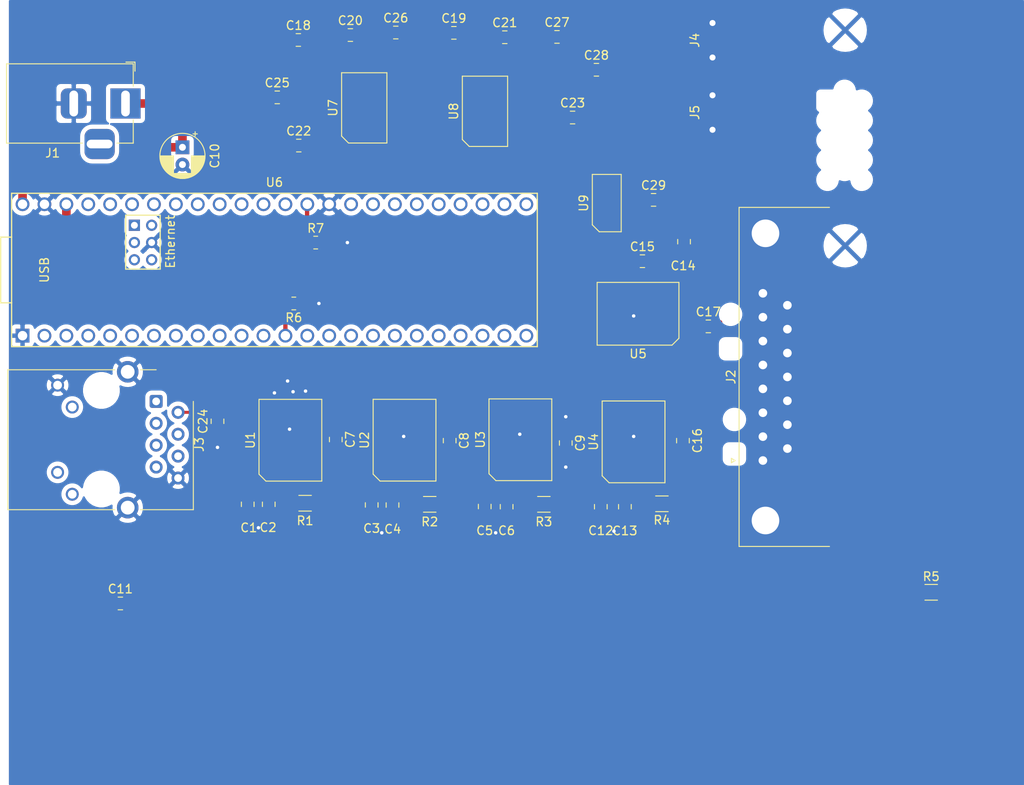
<source format=kicad_pcb>
(kicad_pcb (version 20171130) (host pcbnew "(5.1.10)-1")
  (layers (0 F.Cu signal) (1 In1.Cu signal) (2 In2.Cu signal) (31 B.Cu signal) (34 B.Paste user) (35 F.Paste user) (36 B.SilkS user) (37 F.SilkS user) (38 B.Mask user) (39 F.Mask user) (44 Edge.Cuts user))
  (net 0 "")
  (net 1 GND)
  (net 2 +3V3)
  (net 3 RTD1_N)
  (net 4 RTD1_P)
  (net 5 RTD2_P)
  (net 6 RTD2_N)
  (net 7 RTD3_P)
  (net 8 RTD3_N)
  (net 9 "Net-(C10-Pad1)")
  (net 10 RTD4_P)
  (net 11 RTD4_N)
  (net 12 RTD5_P)
  (net 13 RTD5_N)
  (net 14 TC1_N)
  (net 15 TC2_N)
  (net 16 TC1_P)
  (net 17 TC2_P)
  (net 18 "Net-(C24-Pad2)")
  (net 19 RTD1_F)
  (net 20 RTD3_F)
  (net 21 RTD5_F)
  (net 22 RTD2_F)
  (net 23 RTD4_F)
  (net 24 "Net-(J3-Pad1)")
  (net 25 "Net-(J3-Pad3)")
  (net 26 "Net-(J3-Pad4)")
  (net 27 "Net-(J3-Pad6)")
  (net 28 "Net-(J3-Pad7)")
  (net 29 "Net-(J3-Pad10)")
  (net 30 "Net-(J3-Pad12)")
  (net 31 "Net-(J3-Pad11)")
  (net 32 "Net-(R1-Pad2)")
  (net 33 "Net-(R1-Pad1)")
  (net 34 "Net-(R2-Pad1)")
  (net 35 "Net-(R2-Pad2)")
  (net 36 "Net-(R3-Pad2)")
  (net 37 "Net-(R3-Pad1)")
  (net 38 "Net-(R4-Pad1)")
  (net 39 "Net-(R4-Pad2)")
  (net 40 "Net-(R5-Pad1)")
  (net 41 "Net-(R5-Pad2)")
  (net 42 "Net-(R6-Pad2)")
  (net 43 SDI)
  (net 44 "Net-(R7-Pad1)")
  (net 45 SCLK)
  (net 46 "Net-(U1-Pad20)")
  (net 47 "Net-(U1-Pad1)")
  (net 48 SDO)
  (net 49 CS_RTD1)
  (net 50 CS_RTD2)
  (net 51 "Net-(U2-Pad1)")
  (net 52 "Net-(U2-Pad20)")
  (net 53 "Net-(U3-Pad20)")
  (net 54 "Net-(U3-Pad1)")
  (net 55 CS_RTD3)
  (net 56 "Net-(U4-Pad20)")
  (net 57 "Net-(U4-Pad1)")
  (net 58 CS_RTD4)
  (net 59 CS_RTD5)
  (net 60 "Net-(U5-Pad1)")
  (net 61 "Net-(U5-Pad20)")
  (net 62 "Net-(U6-Pad45)")
  (net 63 "Net-(U6-Pad44)")
  (net 64 "Net-(U6-Pad38)")
  (net 65 "Net-(U6-Pad37)")
  (net 66 "Net-(U6-Pad36)")
  (net 67 "Net-(U6-Pad2)")
  (net 68 "Net-(U6-Pad3)")
  (net 69 "Net-(U6-Pad4)")
  (net 70 "Net-(U6-Pad5)")
  (net 71 "Net-(U6-Pad6)")
  (net 72 "Net-(U6-Pad7)")
  (net 73 "Net-(U6-Pad8)")
  (net 74 "Net-(U6-Pad9)")
  (net 75 "Net-(U6-Pad10)")
  (net 76 "Net-(U6-Pad11)")
  (net 77 "Net-(U6-Pad12)")
  (net 78 "Net-(U6-Pad33)")
  (net 79 "Net-(U6-Pad32)")
  (net 80 CS_TC1)
  (net 81 CS_TC2)
  (net 82 TC1_FAULT)
  (net 83 TC2_FAULT)
  (net 84 CS_TMP)
  (net 85 "Net-(U6-Pad26)")
  (net 86 "Net-(U6-Pad25)")
  (net 87 "Net-(U6-Pad24)")
  (net 88 "Net-(U6-Pad23)")
  (net 89 "Net-(U6-Pad22)")
  (net 90 "Net-(U6-Pad21)")
  (net 91 "Net-(U6-Pad15)")
  (net 92 "Net-(U6-Pad16)")
  (net 93 "Net-(U6-Pad20)")
  (net 94 "Net-(U6-Pad19)")
  (net 95 "Net-(U6-Pad18)")
  (net 96 "Net-(U6-Pad17)")
  (net 97 "Net-(U7-Pad6)")
  (net 98 TC1_DRDY)
  (net 99 "Net-(U8-Pad6)")
  (net 100 "Net-(U9-Pad1)")
  (net 101 "Net-(J1-Pad3)")
  (module Thermometry:MAX31865 (layer F.Cu) (at 89.225 71.0525)
    (fp_text reference U1 (at -4.64 0 90) (layer F.SilkS))
    (fp_text value MAX31865)
    (pad 10 smd rect (at 2.925 3.425) (size 0.43 1.63) (layers F.Cu F.Paste F.Mask) (net 4 RTD1_P))
    (pad 11 smd rect (at 2.925 -3.425) (size 0.43 1.63) (layers F.Cu F.Paste F.Mask) (net 3 RTD1_N))
    (pad 9 smd rect (at 2.275 3.425) (size 0.43 1.63) (layers F.Cu F.Paste F.Mask) (net 19 RTD1_F))
    (pad 12 smd rect (at 2.275 -3.425) (size 0.43 1.63) (layers F.Cu F.Paste F.Mask) (net 3 RTD1_N))
    (pad 8 smd rect (at 1.625 3.425) (size 0.43 1.63) (layers F.Cu F.Paste F.Mask) (net 19 RTD1_F))
    (pad 13 smd rect (at 1.625 -3.425) (size 0.43 1.63) (layers F.Cu F.Paste F.Mask) (net 1 GND))
    (pad 7 smd rect (at 0.975 3.425) (size 0.43 1.63) (layers F.Cu F.Paste F.Mask) (net 32 "Net-(R1-Pad2)"))
    (pad 14 smd rect (at 0.975 -3.425) (size 0.43 1.63) (layers F.Cu F.Paste F.Mask) (net 43 SDI))
    (pad 6 smd rect (at 0.325 3.425) (size 0.43 1.63) (layers F.Cu F.Paste F.Mask) (net 32 "Net-(R1-Pad2)"))
    (pad 15 smd rect (at 0.325 -3.425) (size 0.43 1.63) (layers F.Cu F.Paste F.Mask) (net 45 SCLK))
    (pad 5 smd rect (at -0.325 3.425) (size 0.43 1.63) (layers F.Cu F.Paste F.Mask) (net 33 "Net-(R1-Pad1)"))
    (pad 16 smd rect (at -0.325 -3.425) (size 0.43 1.63) (layers F.Cu F.Paste F.Mask) (net 49 CS_RTD1))
    (pad 4 smd rect (at -0.975 3.425) (size 0.43 1.63) (layers F.Cu F.Paste F.Mask) (net 33 "Net-(R1-Pad1)"))
    (pad 17 smd rect (at -0.975 -3.425) (size 0.43 1.63) (layers F.Cu F.Paste F.Mask) (net 48 SDO))
    (pad 3 smd rect (at -1.625 3.425) (size 0.43 1.63) (layers F.Cu F.Paste F.Mask) (net 2 +3V3))
    (pad 18 smd rect (at -1.625 -3.425) (size 0.43 1.63) (layers F.Cu F.Paste F.Mask) (net 1 GND))
    (pad 2 smd rect (at -2.275 3.425) (size 0.43 1.63) (layers F.Cu F.Paste F.Mask) (net 2 +3V3))
    (pad 19 smd rect (at -2.275 -3.425) (size 0.43 1.63) (layers F.Cu F.Paste F.Mask) (net 1 GND))
    (pad 1 smd rect (at -2.925 3.425) (size 0.43 1.63) (layers F.Cu F.Paste F.Mask) (net 47 "Net-(U1-Pad1)"))
    (pad 20 smd rect (at -2.925 -3.425) (size 0.43 1.63) (layers F.Cu F.Paste F.Mask) (net 46 "Net-(U1-Pad20)"))
  )
  (module Connector_Dsub:DSUB-15_Male_Horizontal_P2.77x2.84mm_EdgePinOffset4.94mm_Housed_MountingHolesOffset7.48mm (layer F.Cu) (at 144.018 73.406 90)
    (fp_text reference J2 (at 9.695 -3.7 90) (layer F.SilkS))
    (fp_text value DB15_Female_MountingHoles)
    (pad 0 thru_hole circle (at 26.345 0.3 90) (size 4 4) (drill 3.2) (layers *.Cu *.Mask) (net 1 GND))
    (pad 0 thru_hole circle (at -6.955 0.3 90) (size 4 4) (drill 3.2) (layers *.Cu *.Mask) (net 1 GND))
    (pad 15 thru_hole circle (at 18.005 2.84 90) (size 1.6 1.6) (drill 1) (layers *.Cu *.Mask) (net 12 RTD5_P))
    (pad 14 thru_hole circle (at 15.235 2.84 90) (size 1.6 1.6) (drill 1) (layers *.Cu *.Mask) (net 11 RTD4_N))
    (pad 13 thru_hole circle (at 12.465 2.84 90) (size 1.6 1.6) (drill 1) (layers *.Cu *.Mask) (net 23 RTD4_F))
    (pad 12 thru_hole circle (at 9.695 2.84 90) (size 1.6 1.6) (drill 1) (layers *.Cu *.Mask) (net 7 RTD3_P))
    (pad 11 thru_hole circle (at 6.925 2.84 90) (size 1.6 1.6) (drill 1) (layers *.Cu *.Mask) (net 6 RTD2_N))
    (pad 10 thru_hole circle (at 4.155 2.84 90) (size 1.6 1.6) (drill 1) (layers *.Cu *.Mask) (net 22 RTD2_F))
    (pad 9 thru_hole circle (at 1.385 2.84 90) (size 1.6 1.6) (drill 1) (layers *.Cu *.Mask) (net 4 RTD1_P))
    (pad 8 thru_hole circle (at 19.39 0 90) (size 1.6 1.6) (drill 1) (layers *.Cu *.Mask) (net 13 RTD5_N))
    (pad 7 thru_hole circle (at 16.62 0 90) (size 1.6 1.6) (drill 1) (layers *.Cu *.Mask) (net 21 RTD5_F))
    (pad 6 thru_hole circle (at 13.85 0 90) (size 1.6 1.6) (drill 1) (layers *.Cu *.Mask) (net 10 RTD4_P))
    (pad 5 thru_hole circle (at 11.08 0 90) (size 1.6 1.6) (drill 1) (layers *.Cu *.Mask) (net 8 RTD3_N))
    (pad 4 thru_hole circle (at 8.31 0 90) (size 1.6 1.6) (drill 1) (layers *.Cu *.Mask) (net 20 RTD3_F))
    (pad 3 thru_hole circle (at 5.54 0 90) (size 1.6 1.6) (drill 1) (layers *.Cu *.Mask) (net 5 RTD2_P))
    (pad 2 thru_hole circle (at 2.77 0 90) (size 1.6 1.6) (drill 1) (layers *.Cu *.Mask) (net 3 RTD1_N))
    (pad 1 thru_hole rect (at 0 0 90) (size 1.6 1.6) (drill 1) (layers *.Cu *.Mask) (net 19 RTD1_F))
  )
  (module Resistor_SMD:R_0805_2012Metric_Pad1.20x1.40mm_HandSolder (layer F.Cu) (at 92.1606 48.133)
    (fp_text reference R7 (at 0 -1.65) (layer F.SilkS))
    (fp_text value 22)
    (pad 2 smd roundrect (at 1 0) (size 1.2 1.4) (layers F.Cu F.Paste F.Mask) (roundrect_rratio 0.208333) (net 45 SCLK))
    (pad 1 smd roundrect (at -1 0) (size 1.2 1.4) (layers F.Cu F.Paste F.Mask) (roundrect_rratio 0.208333) (net 44 "Net-(R7-Pad1)"))
  )
  (module Resistor_SMD:R_0805_2012Metric_Pad1.20x1.40mm_HandSolder (layer F.Cu) (at 89.6206 55.1942 180)
    (fp_text reference R6 (at 0 -1.65) (layer F.SilkS))
    (fp_text value 22)
    (pad 2 smd roundrect (at 1 0 180) (size 1.2 1.4) (layers F.Cu F.Paste F.Mask) (roundrect_rratio 0.208333) (net 42 "Net-(R6-Pad2)"))
    (pad 1 smd roundrect (at -1 0 180) (size 1.2 1.4) (layers F.Cu F.Paste F.Mask) (roundrect_rratio 0.208333) (net 43 SDI))
  )
  (module Thermometry:MAX3172X (layer F.Cu) (at 125.913 43.552)
    (fp_text reference U9 (at -2.675 0 90) (layer F.SilkS))
    (fp_text value MAX31723)
    (pad 4 smd rect (at 0.975 2.15) (size 0.4 1.35) (layers F.Cu F.Paste F.Mask) (net 1 GND))
    (pad 5 smd rect (at 0.975 -2.15) (size 0.4 1.35) (layers F.Cu F.Paste F.Mask) (net 48 SDO))
    (pad 3 smd rect (at 0.325 2.15) (size 0.4 1.35) (layers F.Cu F.Paste F.Mask) (net 45 SCLK))
    (pad 6 smd rect (at 0.325 -2.15) (size 0.4 1.35) (layers F.Cu F.Paste F.Mask) (net 43 SDI))
    (pad 2 smd rect (at -0.325 2.15) (size 0.4 1.35) (layers F.Cu F.Paste F.Mask) (net 84 CS_TMP))
    (pad 7 smd rect (at -0.325 -2.15) (size 0.4 1.35) (layers F.Cu F.Paste F.Mask) (net 2 +3V3))
    (pad 1 smd rect (at -0.975 2.15) (size 0.4 1.35) (layers F.Cu F.Paste F.Mask) (net 100 "Net-(U9-Pad1)"))
    (pad 8 smd rect (at -0.975 -2.15) (size 0.4 1.35) (layers F.Cu F.Paste F.Mask) (net 2 +3V3))
  )
  (module Thermometry:MAX31856 (layer F.Cu) (at 111.79 32.9105)
    (fp_text reference U8 (at -3.625 0 90) (layer F.SilkS))
    (fp_text value MAX31856)
    (pad 7 smd rect (at 1.95 2.875) (size 0.35 1.4) (layers F.Cu F.Paste F.Mask) (net 98 TC1_DRDY))
    (pad 8 smd rect (at 1.95 -2.875) (size 0.35 1.4) (layers F.Cu F.Paste F.Mask) (net 2 +3V3))
    (pad 6 smd rect (at 1.3 2.875) (size 0.35 1.4) (layers F.Cu F.Paste F.Mask) (net 99 "Net-(U8-Pad6)"))
    (pad 9 smd rect (at 1.3 -2.875) (size 0.35 1.4) (layers F.Cu F.Paste F.Mask) (net 81 CS_TC2))
    (pad 5 smd rect (at 0.65 2.875) (size 0.35 1.4) (layers F.Cu F.Paste F.Mask) (net 2 +3V3))
    (pad 10 smd rect (at 0.65 -2.875) (size 0.35 1.4) (layers F.Cu F.Paste F.Mask) (net 45 SCLK))
    (pad 4 smd rect (at 0 2.875) (size 0.35 1.4) (layers F.Cu F.Paste F.Mask) (net 17 TC2_P))
    (pad 11 smd rect (at 0 -2.875) (size 0.35 1.4) (layers F.Cu F.Paste F.Mask) (net 48 SDO))
    (pad 3 smd rect (at -0.65 2.875) (size 0.35 1.4) (layers F.Cu F.Paste F.Mask) (net 15 TC2_N))
    (pad 12 smd rect (at -0.65 -2.875) (size 0.35 1.4) (layers F.Cu F.Paste F.Mask) (net 43 SDI))
    (pad 2 smd rect (at -1.3 2.875) (size 0.35 1.4) (layers F.Cu F.Paste F.Mask) (net 15 TC2_N))
    (pad 13 smd rect (at -1.3 -2.875) (size 0.35 1.4) (layers F.Cu F.Paste F.Mask) (net 83 TC2_FAULT))
    (pad 1 smd rect (at -1.95 2.875) (size 0.35 1.4) (layers F.Cu F.Paste F.Mask) (net 1 GND))
    (pad 14 smd rect (at -1.95 -2.875) (size 0.35 1.4) (layers F.Cu F.Paste F.Mask) (net 1 GND))
  )
  (module Thermometry:MAX31856 (layer F.Cu) (at 97.79 32.512)
    (fp_text reference U7 (at -3.625 0 90) (layer F.SilkS))
    (fp_text value MAX31856)
    (pad 7 smd rect (at 1.95 2.875) (size 0.35 1.4) (layers F.Cu F.Paste F.Mask) (net 98 TC1_DRDY))
    (pad 8 smd rect (at 1.95 -2.875) (size 0.35 1.4) (layers F.Cu F.Paste F.Mask) (net 2 +3V3))
    (pad 6 smd rect (at 1.3 2.875) (size 0.35 1.4) (layers F.Cu F.Paste F.Mask) (net 97 "Net-(U7-Pad6)"))
    (pad 9 smd rect (at 1.3 -2.875) (size 0.35 1.4) (layers F.Cu F.Paste F.Mask) (net 80 CS_TC1))
    (pad 5 smd rect (at 0.65 2.875) (size 0.35 1.4) (layers F.Cu F.Paste F.Mask) (net 2 +3V3))
    (pad 10 smd rect (at 0.65 -2.875) (size 0.35 1.4) (layers F.Cu F.Paste F.Mask) (net 45 SCLK))
    (pad 4 smd rect (at 0 2.875) (size 0.35 1.4) (layers F.Cu F.Paste F.Mask) (net 16 TC1_P))
    (pad 11 smd rect (at 0 -2.875) (size 0.35 1.4) (layers F.Cu F.Paste F.Mask) (net 48 SDO))
    (pad 3 smd rect (at -0.65 2.875) (size 0.35 1.4) (layers F.Cu F.Paste F.Mask) (net 14 TC1_N))
    (pad 12 smd rect (at -0.65 -2.875) (size 0.35 1.4) (layers F.Cu F.Paste F.Mask) (net 43 SDI))
    (pad 2 smd rect (at -1.3 2.875) (size 0.35 1.4) (layers F.Cu F.Paste F.Mask) (net 14 TC1_N))
    (pad 13 smd rect (at -1.3 -2.875) (size 0.35 1.4) (layers F.Cu F.Paste F.Mask) (net 82 TC1_FAULT))
    (pad 1 smd rect (at -1.95 2.875) (size 0.35 1.4) (layers F.Cu F.Paste F.Mask) (net 1 GND))
    (pad 14 smd rect (at -1.95 -2.875) (size 0.35 1.4) (layers F.Cu F.Paste F.Mask) (net 1 GND))
  )
  (module Thermometry:Teensy41 (layer F.Cu) (at 87.376 51.308)
    (fp_text reference U6 (at 0 -10.16) (layer F.SilkS))
    (fp_text value Teensy4.1)
    (fp_text user Ethernet (at -12.065 -3.2766 90) (layer F.SilkS))
    (fp_text user USB (at -26.67 0 270) (layer F.SilkS))
    (pad 62 thru_hole circle (at -16.24 -1.1816) (size 1.3 1.3) (drill 0.8) (layers *.Cu *.Mask) (net 25 "Net-(J3-Pad3)"))
    (pad 63 thru_hole circle (at -14.24 -1.1816) (size 1.3 1.3) (drill 0.8) (layers *.Cu *.Mask) (net 24 "Net-(J3-Pad1)"))
    (pad 64 thru_hole circle (at -14.24 -3.1816) (size 1.3 1.3) (drill 0.8) (layers *.Cu *.Mask) (net 1 GND))
    (pad 61 thru_hole circle (at -16.24 -3.1816) (size 1.3 1.3) (drill 0.8) (layers *.Cu *.Mask) (net 29 "Net-(J3-Pad10)"))
    (pad 65 thru_hole circle (at -14.24 -5.1816) (size 1.3 1.3) (drill 0.8) (layers *.Cu *.Mask) (net 26 "Net-(J3-Pad4)"))
    (pad 60 thru_hole rect (at -16.24 -5.1816) (size 1.3 1.3) (drill 0.8) (layers *.Cu *.Mask) (net 27 "Net-(J3-Pad6)"))
    (pad 17 thru_hole circle (at 11.43 7.62) (size 1.6 1.6) (drill 1.1) (layers *.Cu *.Mask) (net 96 "Net-(U6-Pad17)"))
    (pad 18 thru_hole circle (at 13.97 7.62) (size 1.6 1.6) (drill 1.1) (layers *.Cu *.Mask) (net 95 "Net-(U6-Pad18)"))
    (pad 19 thru_hole circle (at 16.51 7.62) (size 1.6 1.6) (drill 1.1) (layers *.Cu *.Mask) (net 94 "Net-(U6-Pad19)"))
    (pad 20 thru_hole circle (at 19.05 7.62) (size 1.6 1.6) (drill 1.1) (layers *.Cu *.Mask) (net 93 "Net-(U6-Pad20)"))
    (pad 16 thru_hole circle (at 8.89 7.62) (size 1.6 1.6) (drill 1.1) (layers *.Cu *.Mask) (net 92 "Net-(U6-Pad16)"))
    (pad 15 thru_hole circle (at 6.35 7.62) (size 1.6 1.6) (drill 1.1) (layers *.Cu *.Mask) (net 91 "Net-(U6-Pad15)"))
    (pad 14 thru_hole circle (at 3.81 7.62) (size 1.6 1.6) (drill 1.1) (layers *.Cu *.Mask) (net 48 SDO))
    (pad 21 thru_hole circle (at 21.59 7.62) (size 1.6 1.6) (drill 1.1) (layers *.Cu *.Mask) (net 90 "Net-(U6-Pad21)"))
    (pad 22 thru_hole circle (at 24.13 7.62) (size 1.6 1.6) (drill 1.1) (layers *.Cu *.Mask) (net 89 "Net-(U6-Pad22)"))
    (pad 23 thru_hole circle (at 26.67 7.62) (size 1.6 1.6) (drill 1.1) (layers *.Cu *.Mask) (net 88 "Net-(U6-Pad23)"))
    (pad 24 thru_hole circle (at 29.21 7.62) (size 1.6 1.6) (drill 1.1) (layers *.Cu *.Mask) (net 87 "Net-(U6-Pad24)"))
    (pad 25 thru_hole circle (at 29.21 -7.62) (size 1.6 1.6) (drill 1.1) (layers *.Cu *.Mask) (net 86 "Net-(U6-Pad25)"))
    (pad 26 thru_hole circle (at 26.67 -7.62) (size 1.6 1.6) (drill 1.1) (layers *.Cu *.Mask) (net 85 "Net-(U6-Pad26)"))
    (pad 27 thru_hole circle (at 24.13 -7.62) (size 1.6 1.6) (drill 1.1) (layers *.Cu *.Mask) (net 84 CS_TMP))
    (pad 28 thru_hole circle (at 21.59 -7.62) (size 1.6 1.6) (drill 1.1) (layers *.Cu *.Mask) (net 83 TC2_FAULT))
    (pad 29 thru_hole circle (at 19.05 -7.62) (size 1.6 1.6) (drill 1.1) (layers *.Cu *.Mask) (net 82 TC1_FAULT))
    (pad 30 thru_hole circle (at 16.51 -7.62) (size 1.6 1.6) (drill 1.1) (layers *.Cu *.Mask) (net 81 CS_TC2))
    (pad 31 thru_hole circle (at 13.97 -7.62) (size 1.6 1.6) (drill 1.1) (layers *.Cu *.Mask) (net 80 CS_TC1))
    (pad 32 thru_hole circle (at 11.43 -7.62) (size 1.6 1.6) (drill 1.1) (layers *.Cu *.Mask) (net 79 "Net-(U6-Pad32)"))
    (pad 33 thru_hole circle (at 8.89 -7.62) (size 1.6 1.6) (drill 1.1) (layers *.Cu *.Mask) (net 78 "Net-(U6-Pad33)"))
    (pad 34 thru_hole circle (at 6.35 -7.62) (size 1.6 1.6) (drill 1.1) (layers *.Cu *.Mask) (net 1 GND))
    (pad 13 thru_hole circle (at 1.27 7.62) (size 1.6 1.6) (drill 1.1) (layers *.Cu *.Mask) (net 42 "Net-(R6-Pad2)"))
    (pad 12 thru_hole circle (at -1.27 7.62) (size 1.6 1.6) (drill 1.1) (layers *.Cu *.Mask) (net 77 "Net-(U6-Pad12)"))
    (pad 11 thru_hole circle (at -3.81 7.62) (size 1.6 1.6) (drill 1.1) (layers *.Cu *.Mask) (net 76 "Net-(U6-Pad11)"))
    (pad 10 thru_hole circle (at -6.35 7.62) (size 1.6 1.6) (drill 1.1) (layers *.Cu *.Mask) (net 75 "Net-(U6-Pad10)"))
    (pad 9 thru_hole circle (at -8.89 7.62) (size 1.6 1.6) (drill 1.1) (layers *.Cu *.Mask) (net 74 "Net-(U6-Pad9)"))
    (pad 8 thru_hole circle (at -11.43 7.62) (size 1.6 1.6) (drill 1.1) (layers *.Cu *.Mask) (net 73 "Net-(U6-Pad8)"))
    (pad 7 thru_hole circle (at -13.97 7.62) (size 1.6 1.6) (drill 1.1) (layers *.Cu *.Mask) (net 72 "Net-(U6-Pad7)"))
    (pad 6 thru_hole circle (at -16.51 7.62) (size 1.6 1.6) (drill 1.1) (layers *.Cu *.Mask) (net 71 "Net-(U6-Pad6)"))
    (pad 5 thru_hole circle (at -19.05 7.62) (size 1.6 1.6) (drill 1.1) (layers *.Cu *.Mask) (net 70 "Net-(U6-Pad5)"))
    (pad 4 thru_hole circle (at -21.59 7.62) (size 1.6 1.6) (drill 1.1) (layers *.Cu *.Mask) (net 69 "Net-(U6-Pad4)"))
    (pad 3 thru_hole circle (at -24.13 7.62) (size 1.6 1.6) (drill 1.1) (layers *.Cu *.Mask) (net 68 "Net-(U6-Pad3)"))
    (pad 2 thru_hole circle (at -26.67 7.62) (size 1.6 1.6) (drill 1.1) (layers *.Cu *.Mask) (net 67 "Net-(U6-Pad2)"))
    (pad 1 thru_hole rect (at -29.21 7.62) (size 1.6 1.6) (drill 1.1) (layers *.Cu *.Mask) (net 1 GND))
    (pad 35 thru_hole circle (at 3.81 -7.62) (size 1.6 1.6) (drill 1.1) (layers *.Cu *.Mask) (net 44 "Net-(R7-Pad1)"))
    (pad 36 thru_hole circle (at 1.27 -7.62) (size 1.6 1.6) (drill 1.1) (layers *.Cu *.Mask) (net 66 "Net-(U6-Pad36)"))
    (pad 37 thru_hole circle (at -1.27 -7.62) (size 1.6 1.6) (drill 1.1) (layers *.Cu *.Mask) (net 65 "Net-(U6-Pad37)"))
    (pad 38 thru_hole circle (at -3.81 -7.62) (size 1.6 1.6) (drill 1.1) (layers *.Cu *.Mask) (net 64 "Net-(U6-Pad38)"))
    (pad 39 thru_hole circle (at -6.35 -7.62) (size 1.6 1.6) (drill 1.1) (layers *.Cu *.Mask) (net 59 CS_RTD5))
    (pad 40 thru_hole circle (at -8.89 -7.62) (size 1.6 1.6) (drill 1.1) (layers *.Cu *.Mask) (net 58 CS_RTD4))
    (pad 41 thru_hole circle (at -11.43 -7.62) (size 1.6 1.6) (drill 1.1) (layers *.Cu *.Mask) (net 55 CS_RTD3))
    (pad 42 thru_hole circle (at -13.97 -7.62) (size 1.6 1.6) (drill 1.1) (layers *.Cu *.Mask) (net 50 CS_RTD2))
    (pad 43 thru_hole circle (at -16.51 -7.62) (size 1.6 1.6) (drill 1.1) (layers *.Cu *.Mask) (net 49 CS_RTD1))
    (pad 44 thru_hole circle (at -19.05 -7.62) (size 1.6 1.6) (drill 1.1) (layers *.Cu *.Mask) (net 63 "Net-(U6-Pad44)"))
    (pad 45 thru_hole circle (at -21.59 -7.62) (size 1.6 1.6) (drill 1.1) (layers *.Cu *.Mask) (net 62 "Net-(U6-Pad45)"))
    (pad 46 thru_hole circle (at -24.13 -7.62) (size 1.6 1.6) (drill 1.1) (layers *.Cu *.Mask) (net 2 +3V3))
    (pad 47 thru_hole circle (at -26.67 -7.62) (size 1.6 1.6) (drill 1.1) (layers *.Cu *.Mask) (net 1 GND))
    (pad 48 thru_hole circle (at -29.21 -7.62) (size 1.6 1.6) (drill 1.1) (layers *.Cu *.Mask) (net 9 "Net-(C10-Pad1)"))
  )
  (module Thermometry:MAX31865 (layer F.Cu) (at 129.54 56.388 90)
    (fp_text reference U5 (at -4.64 0) (layer F.SilkS))
    (fp_text value MAX31865)
    (pad 10 smd rect (at 2.925 3.425 90) (size 0.43 1.63) (layers F.Cu F.Paste F.Mask) (net 12 RTD5_P))
    (pad 11 smd rect (at 2.925 -3.425 90) (size 0.43 1.63) (layers F.Cu F.Paste F.Mask) (net 13 RTD5_N))
    (pad 9 smd rect (at 2.275 3.425 90) (size 0.43 1.63) (layers F.Cu F.Paste F.Mask) (net 21 RTD5_F))
    (pad 12 smd rect (at 2.275 -3.425 90) (size 0.43 1.63) (layers F.Cu F.Paste F.Mask) (net 13 RTD5_N))
    (pad 8 smd rect (at 1.625 3.425 90) (size 0.43 1.63) (layers F.Cu F.Paste F.Mask) (net 21 RTD5_F))
    (pad 13 smd rect (at 1.625 -3.425 90) (size 0.43 1.63) (layers F.Cu F.Paste F.Mask) (net 1 GND))
    (pad 7 smd rect (at 0.975 3.425 90) (size 0.43 1.63) (layers F.Cu F.Paste F.Mask) (net 41 "Net-(R5-Pad2)"))
    (pad 14 smd rect (at 0.975 -3.425 90) (size 0.43 1.63) (layers F.Cu F.Paste F.Mask) (net 43 SDI))
    (pad 6 smd rect (at 0.325 3.425 90) (size 0.43 1.63) (layers F.Cu F.Paste F.Mask) (net 41 "Net-(R5-Pad2)"))
    (pad 15 smd rect (at 0.325 -3.425 90) (size 0.43 1.63) (layers F.Cu F.Paste F.Mask) (net 45 SCLK))
    (pad 5 smd rect (at -0.325 3.425 90) (size 0.43 1.63) (layers F.Cu F.Paste F.Mask) (net 40 "Net-(R5-Pad1)"))
    (pad 16 smd rect (at -0.325 -3.425 90) (size 0.43 1.63) (layers F.Cu F.Paste F.Mask) (net 59 CS_RTD5))
    (pad 4 smd rect (at -0.975 3.425 90) (size 0.43 1.63) (layers F.Cu F.Paste F.Mask) (net 40 "Net-(R5-Pad1)"))
    (pad 17 smd rect (at -0.975 -3.425 90) (size 0.43 1.63) (layers F.Cu F.Paste F.Mask) (net 48 SDO))
    (pad 3 smd rect (at -1.625 3.425 90) (size 0.43 1.63) (layers F.Cu F.Paste F.Mask) (net 2 +3V3))
    (pad 18 smd rect (at -1.625 -3.425 90) (size 0.43 1.63) (layers F.Cu F.Paste F.Mask) (net 1 GND))
    (pad 2 smd rect (at -2.275 3.425 90) (size 0.43 1.63) (layers F.Cu F.Paste F.Mask) (net 2 +3V3))
    (pad 19 smd rect (at -2.275 -3.425 90) (size 0.43 1.63) (layers F.Cu F.Paste F.Mask) (net 1 GND))
    (pad 1 smd rect (at -2.925 3.425 90) (size 0.43 1.63) (layers F.Cu F.Paste F.Mask) (net 60 "Net-(U5-Pad1)"))
    (pad 20 smd rect (at -2.925 -3.425 90) (size 0.43 1.63) (layers F.Cu F.Paste F.Mask) (net 61 "Net-(U5-Pad20)"))
  )
  (module Thermometry:MAX31865 (layer F.Cu) (at 129.021 71.243)
    (fp_text reference U4 (at -4.64 0 90) (layer F.SilkS))
    (fp_text value MAX31865)
    (pad 10 smd rect (at 2.925 3.425) (size 0.43 1.63) (layers F.Cu F.Paste F.Mask) (net 10 RTD4_P))
    (pad 11 smd rect (at 2.925 -3.425) (size 0.43 1.63) (layers F.Cu F.Paste F.Mask) (net 11 RTD4_N))
    (pad 9 smd rect (at 2.275 3.425) (size 0.43 1.63) (layers F.Cu F.Paste F.Mask) (net 23 RTD4_F))
    (pad 12 smd rect (at 2.275 -3.425) (size 0.43 1.63) (layers F.Cu F.Paste F.Mask) (net 11 RTD4_N))
    (pad 8 smd rect (at 1.625 3.425) (size 0.43 1.63) (layers F.Cu F.Paste F.Mask) (net 23 RTD4_F))
    (pad 13 smd rect (at 1.625 -3.425) (size 0.43 1.63) (layers F.Cu F.Paste F.Mask) (net 1 GND))
    (pad 7 smd rect (at 0.975 3.425) (size 0.43 1.63) (layers F.Cu F.Paste F.Mask) (net 39 "Net-(R4-Pad2)"))
    (pad 14 smd rect (at 0.975 -3.425) (size 0.43 1.63) (layers F.Cu F.Paste F.Mask) (net 43 SDI))
    (pad 6 smd rect (at 0.325 3.425) (size 0.43 1.63) (layers F.Cu F.Paste F.Mask) (net 39 "Net-(R4-Pad2)"))
    (pad 15 smd rect (at 0.325 -3.425) (size 0.43 1.63) (layers F.Cu F.Paste F.Mask) (net 45 SCLK))
    (pad 5 smd rect (at -0.325 3.425) (size 0.43 1.63) (layers F.Cu F.Paste F.Mask) (net 38 "Net-(R4-Pad1)"))
    (pad 16 smd rect (at -0.325 -3.425) (size 0.43 1.63) (layers F.Cu F.Paste F.Mask) (net 58 CS_RTD4))
    (pad 4 smd rect (at -0.975 3.425) (size 0.43 1.63) (layers F.Cu F.Paste F.Mask) (net 38 "Net-(R4-Pad1)"))
    (pad 17 smd rect (at -0.975 -3.425) (size 0.43 1.63) (layers F.Cu F.Paste F.Mask) (net 48 SDO))
    (pad 3 smd rect (at -1.625 3.425) (size 0.43 1.63) (layers F.Cu F.Paste F.Mask) (net 2 +3V3))
    (pad 18 smd rect (at -1.625 -3.425) (size 0.43 1.63) (layers F.Cu F.Paste F.Mask) (net 1 GND))
    (pad 2 smd rect (at -2.275 3.425) (size 0.43 1.63) (layers F.Cu F.Paste F.Mask) (net 2 +3V3))
    (pad 19 smd rect (at -2.275 -3.425) (size 0.43 1.63) (layers F.Cu F.Paste F.Mask) (net 1 GND))
    (pad 1 smd rect (at -2.925 3.425) (size 0.43 1.63) (layers F.Cu F.Paste F.Mask) (net 57 "Net-(U4-Pad1)"))
    (pad 20 smd rect (at -2.925 -3.425) (size 0.43 1.63) (layers F.Cu F.Paste F.Mask) (net 56 "Net-(U4-Pad20)"))
  )
  (module Thermometry:MAX31865 (layer F.Cu) (at 115.895 70.997)
    (fp_text reference U3 (at -4.64 0 90) (layer F.SilkS))
    (fp_text value MAX31865)
    (pad 10 smd rect (at 2.925 3.425) (size 0.43 1.63) (layers F.Cu F.Paste F.Mask) (net 7 RTD3_P))
    (pad 11 smd rect (at 2.925 -3.425) (size 0.43 1.63) (layers F.Cu F.Paste F.Mask) (net 8 RTD3_N))
    (pad 9 smd rect (at 2.275 3.425) (size 0.43 1.63) (layers F.Cu F.Paste F.Mask) (net 20 RTD3_F))
    (pad 12 smd rect (at 2.275 -3.425) (size 0.43 1.63) (layers F.Cu F.Paste F.Mask) (net 8 RTD3_N))
    (pad 8 smd rect (at 1.625 3.425) (size 0.43 1.63) (layers F.Cu F.Paste F.Mask) (net 20 RTD3_F))
    (pad 13 smd rect (at 1.625 -3.425) (size 0.43 1.63) (layers F.Cu F.Paste F.Mask) (net 1 GND))
    (pad 7 smd rect (at 0.975 3.425) (size 0.43 1.63) (layers F.Cu F.Paste F.Mask) (net 36 "Net-(R3-Pad2)"))
    (pad 14 smd rect (at 0.975 -3.425) (size 0.43 1.63) (layers F.Cu F.Paste F.Mask) (net 43 SDI))
    (pad 6 smd rect (at 0.325 3.425) (size 0.43 1.63) (layers F.Cu F.Paste F.Mask) (net 36 "Net-(R3-Pad2)"))
    (pad 15 smd rect (at 0.325 -3.425) (size 0.43 1.63) (layers F.Cu F.Paste F.Mask) (net 45 SCLK))
    (pad 5 smd rect (at -0.325 3.425) (size 0.43 1.63) (layers F.Cu F.Paste F.Mask) (net 37 "Net-(R3-Pad1)"))
    (pad 16 smd rect (at -0.325 -3.425) (size 0.43 1.63) (layers F.Cu F.Paste F.Mask) (net 55 CS_RTD3))
    (pad 4 smd rect (at -0.975 3.425) (size 0.43 1.63) (layers F.Cu F.Paste F.Mask) (net 37 "Net-(R3-Pad1)"))
    (pad 17 smd rect (at -0.975 -3.425) (size 0.43 1.63) (layers F.Cu F.Paste F.Mask) (net 48 SDO))
    (pad 3 smd rect (at -1.625 3.425) (size 0.43 1.63) (layers F.Cu F.Paste F.Mask) (net 2 +3V3))
    (pad 18 smd rect (at -1.625 -3.425) (size 0.43 1.63) (layers F.Cu F.Paste F.Mask) (net 1 GND))
    (pad 2 smd rect (at -2.275 3.425) (size 0.43 1.63) (layers F.Cu F.Paste F.Mask) (net 2 +3V3))
    (pad 19 smd rect (at -2.275 -3.425) (size 0.43 1.63) (layers F.Cu F.Paste F.Mask) (net 1 GND))
    (pad 1 smd rect (at -2.925 3.425) (size 0.43 1.63) (layers F.Cu F.Paste F.Mask) (net 54 "Net-(U3-Pad1)"))
    (pad 20 smd rect (at -2.925 -3.425) (size 0.43 1.63) (layers F.Cu F.Paste F.Mask) (net 53 "Net-(U3-Pad20)"))
  )
  (module Thermometry:MAX31865 (layer F.Cu) (at 102.463 71.0478)
    (fp_text reference U2 (at -4.64 0 90) (layer F.SilkS))
    (fp_text value MAX31865)
    (pad 10 smd rect (at 2.925 3.425) (size 0.43 1.63) (layers F.Cu F.Paste F.Mask) (net 5 RTD2_P))
    (pad 11 smd rect (at 2.925 -3.425) (size 0.43 1.63) (layers F.Cu F.Paste F.Mask) (net 6 RTD2_N))
    (pad 9 smd rect (at 2.275 3.425) (size 0.43 1.63) (layers F.Cu F.Paste F.Mask) (net 22 RTD2_F))
    (pad 12 smd rect (at 2.275 -3.425) (size 0.43 1.63) (layers F.Cu F.Paste F.Mask) (net 6 RTD2_N))
    (pad 8 smd rect (at 1.625 3.425) (size 0.43 1.63) (layers F.Cu F.Paste F.Mask) (net 22 RTD2_F))
    (pad 13 smd rect (at 1.625 -3.425) (size 0.43 1.63) (layers F.Cu F.Paste F.Mask) (net 1 GND))
    (pad 7 smd rect (at 0.975 3.425) (size 0.43 1.63) (layers F.Cu F.Paste F.Mask) (net 35 "Net-(R2-Pad2)"))
    (pad 14 smd rect (at 0.975 -3.425) (size 0.43 1.63) (layers F.Cu F.Paste F.Mask) (net 43 SDI))
    (pad 6 smd rect (at 0.325 3.425) (size 0.43 1.63) (layers F.Cu F.Paste F.Mask) (net 35 "Net-(R2-Pad2)"))
    (pad 15 smd rect (at 0.325 -3.425) (size 0.43 1.63) (layers F.Cu F.Paste F.Mask) (net 45 SCLK))
    (pad 5 smd rect (at -0.325 3.425) (size 0.43 1.63) (layers F.Cu F.Paste F.Mask) (net 34 "Net-(R2-Pad1)"))
    (pad 16 smd rect (at -0.325 -3.425) (size 0.43 1.63) (layers F.Cu F.Paste F.Mask) (net 50 CS_RTD2))
    (pad 4 smd rect (at -0.975 3.425) (size 0.43 1.63) (layers F.Cu F.Paste F.Mask) (net 34 "Net-(R2-Pad1)"))
    (pad 17 smd rect (at -0.975 -3.425) (size 0.43 1.63) (layers F.Cu F.Paste F.Mask) (net 48 SDO))
    (pad 3 smd rect (at -1.625 3.425) (size 0.43 1.63) (layers F.Cu F.Paste F.Mask) (net 2 +3V3))
    (pad 18 smd rect (at -1.625 -3.425) (size 0.43 1.63) (layers F.Cu F.Paste F.Mask) (net 1 GND))
    (pad 2 smd rect (at -2.275 3.425) (size 0.43 1.63) (layers F.Cu F.Paste F.Mask) (net 2 +3V3))
    (pad 19 smd rect (at -2.275 -3.425) (size 0.43 1.63) (layers F.Cu F.Paste F.Mask) (net 1 GND))
    (pad 1 smd rect (at -2.925 3.425) (size 0.43 1.63) (layers F.Cu F.Paste F.Mask) (net 51 "Net-(U2-Pad1)"))
    (pad 20 smd rect (at -2.925 -3.425) (size 0.43 1.63) (layers F.Cu F.Paste F.Mask) (net 52 "Net-(U2-Pad20)"))
  )
  (module Resistor_SMD:R_1206_3216Metric_Pad1.30x1.75mm_HandSolder (layer F.Cu) (at 163.536 88.688)
    (fp_text reference R5 (at 0 -1.82) (layer F.SilkS))
    (fp_text value 400)
    (pad 2 smd roundrect (at 1.55 0) (size 1.3 1.75) (layers F.Cu F.Paste F.Mask) (roundrect_rratio 0.192308) (net 41 "Net-(R5-Pad2)"))
    (pad 1 smd roundrect (at -1.55 0) (size 1.3 1.75) (layers F.Cu F.Paste F.Mask) (roundrect_rratio 0.192308) (net 40 "Net-(R5-Pad1)"))
  )
  (module Resistor_SMD:R_1206_3216Metric_Pad1.30x1.75mm_HandSolder (layer F.Cu) (at 132.308 78.4225)
    (fp_text reference R4 (at 0 1.905) (layer F.SilkS))
    (fp_text value 400)
    (pad 2 smd roundrect (at 1.55 0) (size 1.3 1.75) (layers F.Cu F.Paste F.Mask) (roundrect_rratio 0.192308) (net 39 "Net-(R4-Pad2)"))
    (pad 1 smd roundrect (at -1.55 0) (size 1.3 1.75) (layers F.Cu F.Paste F.Mask) (roundrect_rratio 0.192308) (net 38 "Net-(R4-Pad1)"))
  )
  (module Resistor_SMD:R_1206_3216Metric_Pad1.30x1.75mm_HandSolder (layer F.Cu) (at 118.618 78.486)
    (fp_text reference R3 (at 0 2.032) (layer F.SilkS))
    (fp_text value 400)
    (pad 2 smd roundrect (at 1.55 0) (size 1.3 1.75) (layers F.Cu F.Paste F.Mask) (roundrect_rratio 0.192308) (net 36 "Net-(R3-Pad2)"))
    (pad 1 smd roundrect (at -1.55 0) (size 1.3 1.75) (layers F.Cu F.Paste F.Mask) (roundrect_rratio 0.192308) (net 37 "Net-(R3-Pad1)"))
  )
  (module Resistor_SMD:R_1206_3216Metric_Pad1.30x1.75mm_HandSolder (layer F.Cu) (at 105.384 78.486)
    (fp_text reference R2 (at 0 2.032) (layer F.SilkS))
    (fp_text value 400)
    (pad 2 smd roundrect (at 1.55 0) (size 1.3 1.75) (layers F.Cu F.Paste F.Mask) (roundrect_rratio 0.192308) (net 35 "Net-(R2-Pad2)"))
    (pad 1 smd roundrect (at -1.55 0) (size 1.3 1.75) (layers F.Cu F.Paste F.Mask) (roundrect_rratio 0.192308) (net 34 "Net-(R2-Pad1)"))
  )
  (module Resistor_SMD:R_1206_3216Metric_Pad1.30x1.75mm_HandSolder (layer F.Cu) (at 90.9314 78.359)
    (fp_text reference R1 (at 0.0006 2.032) (layer F.SilkS))
    (fp_text value 400)
    (pad 2 smd roundrect (at 1.55 0) (size 1.3 1.75) (layers F.Cu F.Paste F.Mask) (roundrect_rratio 0.192308) (net 32 "Net-(R1-Pad2)"))
    (pad 1 smd roundrect (at -1.55 0) (size 1.3 1.75) (layers F.Cu F.Paste F.Mask) (roundrect_rratio 0.192308) (net 33 "Net-(R1-Pad1)"))
  )
  (module Connector_Wire:SolderWire-0.15sqmm_1x02_P4mm_D0.5mm_OD1.5mm (layer F.Cu) (at 138.176 35.052 90)
    (fp_text reference J5 (at 2 -2.05 90) (layer F.SilkS))
    (fp_text value Conn_01x02_Female)
    (pad 2 thru_hole circle (at 4 0 90) (size 1.7 1.7) (drill 0.7) (layers *.Cu *.Mask) (net 17 TC2_P))
    (pad 1 thru_hole roundrect (at 0 0 90) (size 1.7 1.7) (drill 0.7) (layers *.Cu *.Mask) (roundrect_rratio 0.147059) (net 15 TC2_N))
  )
  (module Connector_Wire:SolderWire-0.15sqmm_1x02_P4mm_D0.5mm_OD1.5mm (layer F.Cu) (at 138.176 26.67 90)
    (fp_text reference J4 (at 2 -2.05 90) (layer F.SilkS))
    (fp_text value Conn_01x02_Female)
    (pad 2 thru_hole circle (at 4 0 90) (size 1.7 1.7) (drill 0.7) (layers *.Cu *.Mask) (net 16 TC1_P))
    (pad 1 thru_hole roundrect (at 0 0 90) (size 1.7 1.7) (drill 0.7) (layers *.Cu *.Mask) (roundrect_rratio 0.147059) (net 14 TC1_N))
  )
  (module Connector_RJ:RJ45_Cetus_J1B1211CCD_Horizontal (layer F.Cu) (at 73.66 66.548 270)
    (fp_text reference J3 (at 5 -5 90) (layer F.SilkS))
    (fp_text value RJ45_LED_Shielded)
    (pad 11 thru_hole circle (at 8.23 11.43 270) (size 1.5 1.5) (drill 1.02) (layers *.Cu *.Mask) (net 31 "Net-(J3-Pad11)"))
    (pad 12 thru_hole circle (at 10.77 9.73 270) (size 1.5 1.5) (drill 1.02) (layers *.Cu *.Mask) (net 30 "Net-(J3-Pad12)"))
    (pad 10 thru_hole circle (at 0.66 9.73 270) (size 1.5 1.5) (drill 1.02) (layers *.Cu *.Mask) (net 29 "Net-(J3-Pad10)"))
    (pad 9 thru_hole circle (at -1.88 11.43 270) (size 1.5 1.5) (drill 1.02) (layers *.Cu *.Mask) (net 1 GND))
    (pad 13 thru_hole circle (at 12.32 3.3 270) (size 2.5 2.5) (drill 1.6) (layers *.Cu *.Mask) (net 1 GND))
    (pad 8 thru_hole circle (at 8.89 -2.54 270) (size 1.5 1.5) (drill 0.9) (layers *.Cu *.Mask) (net 1 GND))
    (pad 13 thru_hole circle (at -3.43 3.3 270) (size 2.5 2.5) (drill 1.6) (layers *.Cu *.Mask) (net 1 GND))
    (pad 7 thru_hole circle (at 7.62 0 270) (size 1.5 1.5) (drill 0.9) (layers *.Cu *.Mask) (net 28 "Net-(J3-Pad7)"))
    (pad 6 thru_hole circle (at 6.35 -2.54 270) (size 1.5 1.5) (drill 0.9) (layers *.Cu *.Mask) (net 27 "Net-(J3-Pad6)"))
    (pad 5 thru_hole circle (at 5.08 0 270) (size 1.5 1.5) (drill 0.9) (layers *.Cu *.Mask) (net 18 "Net-(C24-Pad2)"))
    (pad 4 thru_hole circle (at 3.81 -2.54 270) (size 1.5 1.5) (drill 0.9) (layers *.Cu *.Mask) (net 26 "Net-(J3-Pad4)"))
    (pad 3 thru_hole circle (at 2.54 0 270) (size 1.5 1.5) (drill 0.9) (layers *.Cu *.Mask) (net 25 "Net-(J3-Pad3)"))
    (pad 2 thru_hole circle (at 1.27 -2.54 270) (size 1.5 1.5) (drill 0.9) (layers *.Cu *.Mask) (net 18 "Net-(C24-Pad2)"))
    (pad 1 thru_hole roundrect (at 0 0 270) (size 1.5 1.5) (drill 0.9) (layers *.Cu *.Mask) (roundrect_rratio 0.167) (net 24 "Net-(J3-Pad1)"))
    (pad "" np_thru_hole circle (at -1.27 6.35 270) (size 3.25 3.25) (drill 3.25) (layers *.Cu *.Mask))
    (pad "" np_thru_hole circle (at 10.16 6.35 270) (size 3.25 3.25) (drill 3.25) (layers *.Cu *.Mask))
  )
  (module Connector_BarrelJack:BarrelJack_Horizontal (layer F.Cu) (at 70.104 32.004)
    (fp_text reference J1 (at -8.45 5.75) (layer F.SilkS))
    (fp_text value Barrel_Jack_Switch)
    (pad 3 thru_hole roundrect (at -3 4.7) (size 3.5 3.5) (drill oval 3 1) (layers *.Cu *.Mask) (net 101 "Net-(J1-Pad3)"))
    (pad 2 thru_hole roundrect (at -6 0) (size 3 3.5) (drill oval 1 3) (layers *.Cu *.Mask) (net 1 GND))
    (pad 1 thru_hole rect (at 0 0) (size 3.5 3.5) (drill oval 1 3) (layers *.Cu *.Mask) (net 9 "Net-(C10-Pad1)"))
  )
  (module Capacitor_SMD:C_0805_2012Metric_Pad1.18x1.45mm_HandSolder (layer F.Cu) (at 131.3395 43.18)
    (fp_text reference C29 (at 0 -1.68) (layer F.SilkS))
    (fp_text value 0.1uF)
    (pad 2 smd roundrect (at 1.0375 0) (size 1.175 1.45) (layers F.Cu F.Paste F.Mask) (roundrect_rratio 0.212766) (net 1 GND))
    (pad 1 smd roundrect (at -1.0375 0) (size 1.175 1.45) (layers F.Cu F.Paste F.Mask) (roundrect_rratio 0.212766) (net 2 +3V3))
  )
  (module Capacitor_SMD:C_0805_2012Metric_Pad1.18x1.45mm_HandSolder (layer F.Cu) (at 124.714 28.0924)
    (fp_text reference C28 (at 0 -1.68) (layer F.SilkS))
    (fp_text value 0.1uF)
    (pad 2 smd roundrect (at 1.0375 0) (size 1.175 1.45) (layers F.Cu F.Paste F.Mask) (roundrect_rratio 0.212766) (net 1 GND))
    (pad 1 smd roundrect (at -1.0375 0) (size 1.175 1.45) (layers F.Cu F.Paste F.Mask) (roundrect_rratio 0.212766) (net 2 +3V3))
  )
  (module Capacitor_SMD:C_0805_2012Metric_Pad1.18x1.45mm_HandSolder (layer F.Cu) (at 120.142 24.2824)
    (fp_text reference C27 (at 0 -1.68) (layer F.SilkS))
    (fp_text value 0.1uF)
    (pad 2 smd roundrect (at 1.0375 0) (size 1.175 1.45) (layers F.Cu F.Paste F.Mask) (roundrect_rratio 0.212766) (net 1 GND))
    (pad 1 smd roundrect (at -1.0375 0) (size 1.175 1.45) (layers F.Cu F.Paste F.Mask) (roundrect_rratio 0.212766) (net 2 +3V3))
  )
  (module Capacitor_SMD:C_0805_2012Metric_Pad1.18x1.45mm_HandSolder (layer F.Cu) (at 101.4476 23.7744)
    (fp_text reference C26 (at 0 -1.68) (layer F.SilkS))
    (fp_text value 0.1uF)
    (pad 2 smd roundrect (at 1.0375 0) (size 1.175 1.45) (layers F.Cu F.Paste F.Mask) (roundrect_rratio 0.212766) (net 1 GND))
    (pad 1 smd roundrect (at -1.0375 0) (size 1.175 1.45) (layers F.Cu F.Paste F.Mask) (roundrect_rratio 0.212766) (net 2 +3V3))
  )
  (module Capacitor_SMD:C_0805_2012Metric_Pad1.18x1.45mm_HandSolder (layer F.Cu) (at 87.7023 31.2928)
    (fp_text reference C25 (at 0 -1.68) (layer F.SilkS))
    (fp_text value 0.1uF)
    (pad 2 smd roundrect (at 1.0375 0) (size 1.175 1.45) (layers F.Cu F.Paste F.Mask) (roundrect_rratio 0.212766) (net 1 GND))
    (pad 1 smd roundrect (at -1.0375 0) (size 1.175 1.45) (layers F.Cu F.Paste F.Mask) (roundrect_rratio 0.212766) (net 2 +3V3))
  )
  (module Capacitor_SMD:C_0805_2012Metric_Pad1.18x1.45mm_HandSolder (layer F.Cu) (at 80.772 68.8555 90)
    (fp_text reference C24 (at 0 -1.68 90) (layer F.SilkS))
    (fp_text value 0.1uF)
    (pad 2 smd roundrect (at 1.0375 0 90) (size 1.175 1.45) (layers F.Cu F.Paste F.Mask) (roundrect_rratio 0.212766) (net 18 "Net-(C24-Pad2)"))
    (pad 1 smd roundrect (at -1.0375 0 90) (size 1.175 1.45) (layers F.Cu F.Paste F.Mask) (roundrect_rratio 0.212766) (net 1 GND))
  )
  (module Capacitor_SMD:C_0805_2012Metric_Pad1.18x1.45mm_HandSolder (layer F.Cu) (at 121.9493 33.6296)
    (fp_text reference C23 (at 0 -1.68) (layer F.SilkS))
    (fp_text value 0.01uF)
    (pad 2 smd roundrect (at 1.0375 0) (size 1.175 1.45) (layers F.Cu F.Paste F.Mask) (roundrect_rratio 0.212766) (net 1 GND))
    (pad 1 smd roundrect (at -1.0375 0) (size 1.175 1.45) (layers F.Cu F.Paste F.Mask) (roundrect_rratio 0.212766) (net 17 TC2_P))
  )
  (module Capacitor_SMD:C_0805_2012Metric_Pad1.18x1.45mm_HandSolder (layer F.Cu) (at 90.1993 36.8808)
    (fp_text reference C22 (at 0 -1.68) (layer F.SilkS))
    (fp_text value 0.01uF)
    (pad 2 smd roundrect (at 1.0375 0) (size 1.175 1.45) (layers F.Cu F.Paste F.Mask) (roundrect_rratio 0.212766) (net 1 GND))
    (pad 1 smd roundrect (at -1.0375 0) (size 1.175 1.45) (layers F.Cu F.Paste F.Mask) (roundrect_rratio 0.212766) (net 16 TC1_P))
  )
  (module Capacitor_SMD:C_0805_2012Metric_Pad1.18x1.45mm_HandSolder (layer F.Cu) (at 114.088 24.3205)
    (fp_text reference C21 (at 0 -1.68) (layer F.SilkS))
    (fp_text value 0.1uF)
    (pad 2 smd roundrect (at 1.0375 0) (size 1.175 1.45) (layers F.Cu F.Paste F.Mask) (roundrect_rratio 0.212766) (net 17 TC2_P))
    (pad 1 smd roundrect (at -1.0375 0) (size 1.175 1.45) (layers F.Cu F.Paste F.Mask) (roundrect_rratio 0.212766) (net 15 TC2_N))
  )
  (module Capacitor_SMD:C_0805_2012Metric_Pad1.18x1.45mm_HandSolder (layer F.Cu) (at 96.181 24.0665)
    (fp_text reference C20 (at 0 -1.68) (layer F.SilkS))
    (fp_text value 0.1uF)
    (pad 2 smd roundrect (at 1.0375 0) (size 1.175 1.45) (layers F.Cu F.Paste F.Mask) (roundrect_rratio 0.212766) (net 16 TC1_P))
    (pad 1 smd roundrect (at -1.0375 0) (size 1.175 1.45) (layers F.Cu F.Paste F.Mask) (roundrect_rratio 0.212766) (net 14 TC1_N))
  )
  (module Capacitor_SMD:C_0805_2012Metric_Pad1.18x1.45mm_HandSolder (layer F.Cu) (at 108.1825 23.8125)
    (fp_text reference C19 (at 0 -1.68) (layer F.SilkS))
    (fp_text value 0.01uF)
    (pad 2 smd roundrect (at 1.0375 0) (size 1.175 1.45) (layers F.Cu F.Paste F.Mask) (roundrect_rratio 0.212766) (net 15 TC2_N))
    (pad 1 smd roundrect (at -1.0375 0) (size 1.175 1.45) (layers F.Cu F.Paste F.Mask) (roundrect_rratio 0.212766) (net 1 GND))
  )
  (module Capacitor_SMD:C_0805_2012Metric_Pad1.18x1.45mm_HandSolder (layer F.Cu) (at 90.1485 24.638)
    (fp_text reference C18 (at 0 -1.68) (layer F.SilkS))
    (fp_text value 0.01uF)
    (pad 2 smd roundrect (at 1.0375 0) (size 1.175 1.45) (layers F.Cu F.Paste F.Mask) (roundrect_rratio 0.212766) (net 14 TC1_N))
    (pad 1 smd roundrect (at -1.0375 0) (size 1.175 1.45) (layers F.Cu F.Paste F.Mask) (roundrect_rratio 0.212766) (net 1 GND))
  )
  (module Capacitor_SMD:C_0805_2012Metric_Pad1.18x1.45mm_HandSolder (layer F.Cu) (at 137.6895 57.8485)
    (fp_text reference C17 (at 0 -1.68) (layer F.SilkS))
    (fp_text value 100nF)
    (pad 2 smd roundrect (at 1.0375 0) (size 1.175 1.45) (layers F.Cu F.Paste F.Mask) (roundrect_rratio 0.212766) (net 12 RTD5_P))
    (pad 1 smd roundrect (at -1.0375 0) (size 1.175 1.45) (layers F.Cu F.Paste F.Mask) (roundrect_rratio 0.212766) (net 13 RTD5_N))
  )
  (module Capacitor_SMD:C_0805_2012Metric_Pad1.18x1.45mm_HandSolder (layer F.Cu) (at 134.747 71.0985 270)
    (fp_text reference C16 (at 0 -1.68 90) (layer F.SilkS))
    (fp_text value 100nF)
    (pad 2 smd roundrect (at 1.0375 0 270) (size 1.175 1.45) (layers F.Cu F.Paste F.Mask) (roundrect_rratio 0.212766) (net 10 RTD4_P))
    (pad 1 smd roundrect (at -1.0375 0 270) (size 1.175 1.45) (layers F.Cu F.Paste F.Mask) (roundrect_rratio 0.212766) (net 11 RTD4_N))
  )
  (module Capacitor_SMD:C_0805_2012Metric_Pad1.18x1.45mm_HandSolder (layer F.Cu) (at 130.048 50.292)
    (fp_text reference C15 (at 0 -1.68) (layer F.SilkS))
    (fp_text value 0.1uF)
    (pad 2 smd roundrect (at 1.0375 0) (size 1.175 1.45) (layers F.Cu F.Paste F.Mask) (roundrect_rratio 0.212766) (net 2 +3V3))
    (pad 1 smd roundrect (at -1.0375 0) (size 1.175 1.45) (layers F.Cu F.Paste F.Mask) (roundrect_rratio 0.212766) (net 1 GND))
  )
  (module Capacitor_SMD:C_0805_2012Metric_Pad1.18x1.45mm_HandSolder (layer F.Cu) (at 134.874 48.0275 90)
    (fp_text reference C14 (at -2.794 -0.1055 180) (layer F.SilkS))
    (fp_text value 0.1uF)
    (pad 2 smd roundrect (at 1.0375 0 90) (size 1.175 1.45) (layers F.Cu F.Paste F.Mask) (roundrect_rratio 0.212766) (net 2 +3V3))
    (pad 1 smd roundrect (at -1.0375 0 90) (size 1.175 1.45) (layers F.Cu F.Paste F.Mask) (roundrect_rratio 0.212766) (net 1 GND))
  )
  (module Capacitor_SMD:C_0805_2012Metric_Pad1.18x1.45mm_HandSolder (layer F.Cu) (at 128.016 78.7615 90)
    (fp_text reference C13 (at -2.794 0 180) (layer F.SilkS))
    (fp_text value 0.1uF)
    (pad 2 smd roundrect (at 1.0375 0 90) (size 1.175 1.45) (layers F.Cu F.Paste F.Mask) (roundrect_rratio 0.212766) (net 2 +3V3))
    (pad 1 smd roundrect (at -1.0375 0 90) (size 1.175 1.45) (layers F.Cu F.Paste F.Mask) (roundrect_rratio 0.212766) (net 1 GND))
  )
  (module Capacitor_SMD:C_0805_2012Metric_Pad1.18x1.45mm_HandSolder (layer F.Cu) (at 125.222 78.7615 90)
    (fp_text reference C12 (at -2.7725 0 180) (layer F.SilkS))
    (fp_text value 0.1uF)
    (pad 2 smd roundrect (at 1.0375 0 90) (size 1.175 1.45) (layers F.Cu F.Paste F.Mask) (roundrect_rratio 0.212766) (net 2 +3V3))
    (pad 1 smd roundrect (at -1.0375 0 90) (size 1.175 1.45) (layers F.Cu F.Paste F.Mask) (roundrect_rratio 0.212766) (net 1 GND))
  )
  (module Capacitor_SMD:C_0805_2012Metric_Pad1.18x1.45mm_HandSolder (layer F.Cu) (at 69.511 89.9795)
    (fp_text reference C11 (at 0 -1.68) (layer F.SilkS))
    (fp_text value 1uF)
    (pad 2 smd roundrect (at 1.0375 0) (size 1.175 1.45) (layers F.Cu F.Paste F.Mask) (roundrect_rratio 0.212766) (net 2 +3V3))
    (pad 1 smd roundrect (at -1.0375 0) (size 1.175 1.45) (layers F.Cu F.Paste F.Mask) (roundrect_rratio 0.212766) (net 1 GND))
  )
  (module Capacitor_THT:CP_Radial_D5.0mm_P2.00mm (layer F.Cu) (at 76.708 37.084 270)
    (fp_text reference C10 (at 1 -3.75 90) (layer F.SilkS))
    (fp_text value 47uF)
    (pad 2 thru_hole circle (at 2 0 270) (size 1.6 1.6) (drill 0.8) (layers *.Cu *.Mask) (net 1 GND))
    (pad 1 thru_hole rect (at 0 0 270) (size 1.6 1.6) (drill 0.8) (layers *.Cu *.Mask) (net 9 "Net-(C10-Pad1)"))
  )
  (module Capacitor_SMD:C_0805_2012Metric_Pad1.18x1.45mm_HandSolder (layer F.Cu) (at 121.158 71.374 270)
    (fp_text reference C9 (at 0 -1.68 90) (layer F.SilkS))
    (fp_text value 100nF)
    (pad 2 smd roundrect (at 1.0375 0 270) (size 1.175 1.45) (layers F.Cu F.Paste F.Mask) (roundrect_rratio 0.212766) (net 7 RTD3_P))
    (pad 1 smd roundrect (at -1.0375 0 270) (size 1.175 1.45) (layers F.Cu F.Paste F.Mask) (roundrect_rratio 0.212766) (net 8 RTD3_N))
  )
  (module Capacitor_SMD:C_0805_2012Metric_Pad1.18x1.45mm_HandSolder (layer F.Cu) (at 107.696 71.0985 270)
    (fp_text reference C8 (at 0 -1.68 90) (layer F.SilkS))
    (fp_text value 100nF)
    (pad 2 smd roundrect (at 1.0375 0 270) (size 1.175 1.45) (layers F.Cu F.Paste F.Mask) (roundrect_rratio 0.212766) (net 5 RTD2_P))
    (pad 1 smd roundrect (at -1.0375 0 270) (size 1.175 1.45) (layers F.Cu F.Paste F.Mask) (roundrect_rratio 0.212766) (net 6 RTD2_N))
  )
  (module Capacitor_SMD:C_0805_2012Metric_Pad1.18x1.45mm_HandSolder (layer F.Cu) (at 94.488 70.9715 270)
    (fp_text reference C7 (at 0 -1.68 90) (layer F.SilkS))
    (fp_text value 100nF)
    (pad 2 smd roundrect (at 1.0375 0 270) (size 1.175 1.45) (layers F.Cu F.Paste F.Mask) (roundrect_rratio 0.212766) (net 4 RTD1_P))
    (pad 1 smd roundrect (at -1.0375 0 270) (size 1.175 1.45) (layers F.Cu F.Paste F.Mask) (roundrect_rratio 0.212766) (net 3 RTD1_N))
  )
  (module Capacitor_SMD:C_0805_2012Metric_Pad1.18x1.45mm_HandSolder (layer F.Cu) (at 114.3 78.7615 90)
    (fp_text reference C6 (at -2.7725 0 180) (layer F.SilkS))
    (fp_text value 0.1uF)
    (pad 2 smd roundrect (at 1.0375 0 90) (size 1.175 1.45) (layers F.Cu F.Paste F.Mask) (roundrect_rratio 0.212766) (net 2 +3V3))
    (pad 1 smd roundrect (at -1.0375 0 90) (size 1.175 1.45) (layers F.Cu F.Paste F.Mask) (roundrect_rratio 0.212766) (net 1 GND))
  )
  (module Capacitor_SMD:C_0805_2012Metric_Pad1.18x1.45mm_HandSolder (layer F.Cu) (at 111.76 78.74 90)
    (fp_text reference C5 (at -2.794 0 180) (layer F.SilkS))
    (fp_text value 0.1uF)
    (pad 2 smd roundrect (at 1.0375 0 90) (size 1.175 1.45) (layers F.Cu F.Paste F.Mask) (roundrect_rratio 0.212766) (net 2 +3V3))
    (pad 1 smd roundrect (at -1.0375 0 90) (size 1.175 1.45) (layers F.Cu F.Paste F.Mask) (roundrect_rratio 0.212766) (net 1 GND))
  )
  (module Capacitor_SMD:C_0805_2012Metric_Pad1.18x1.45mm_HandSolder (layer F.Cu) (at 101.0666 78.5661 90)
    (fp_text reference C4 (at -2.794 0.0254 180) (layer F.SilkS))
    (fp_text value 0.1uF)
    (pad 2 smd roundrect (at 1.0375 0 90) (size 1.175 1.45) (layers F.Cu F.Paste F.Mask) (roundrect_rratio 0.212766) (net 2 +3V3))
    (pad 1 smd roundrect (at -1.0375 0 90) (size 1.175 1.45) (layers F.Cu F.Paste F.Mask) (roundrect_rratio 0.212766) (net 1 GND))
  )
  (module Capacitor_SMD:C_0805_2012Metric_Pad1.18x1.45mm_HandSolder (layer F.Cu) (at 98.6536 78.5583 90)
    (fp_text reference C3 (at -2.7217 0 180) (layer F.SilkS))
    (fp_text value 0.1uF)
    (pad 2 smd roundrect (at 1.0375 0 90) (size 1.175 1.45) (layers F.Cu F.Paste F.Mask) (roundrect_rratio 0.212766) (net 2 +3V3))
    (pad 1 smd roundrect (at -1.0375 0 90) (size 1.175 1.45) (layers F.Cu F.Paste F.Mask) (roundrect_rratio 0.212766) (net 1 GND))
  )
  (module Capacitor_SMD:C_0805_2012Metric_Pad1.18x1.45mm_HandSolder (layer F.Cu) (at 86.7156 78.4821 90)
    (fp_text reference C2 (at -2.6924 -0.0762 180) (layer F.SilkS))
    (fp_text value 0.1uF)
    (pad 2 smd roundrect (at 1.0375 0 90) (size 1.175 1.45) (layers F.Cu F.Paste F.Mask) (roundrect_rratio 0.212766) (net 2 +3V3))
    (pad 1 smd roundrect (at -1.0375 0 90) (size 1.175 1.45) (layers F.Cu F.Paste F.Mask) (roundrect_rratio 0.212766) (net 1 GND))
  )
  (module Capacitor_SMD:C_0805_2012Metric_Pad1.18x1.45mm_HandSolder (layer F.Cu) (at 84.2772 78.4821 90)
    (fp_text reference C1 (at -2.7178 0.127 180) (layer F.SilkS))
    (fp_text value 0.1uF)
    (pad 2 smd roundrect (at 1.0375 0 90) (size 1.175 1.45) (layers F.Cu F.Paste F.Mask) (roundrect_rratio 0.212766) (net 2 +3V3))
    (pad 1 smd roundrect (at -1.0375 0 90) (size 1.175 1.45) (layers F.Cu F.Paste F.Mask) (roundrect_rratio 0.212766) (net 1 GND))
  )
  (segment (start 84.2772 79.5196) (end 84.2772 80.6196) (width 0.35) (layer F.Cu) (net 1))
  (segment (start 84.2772 80.6196) (end 84.8614 81.2038) (width 0.35) (layer F.Cu) (net 1))
  (segment (start 84.8614 81.2038) (end 85.5218 81.2038) (width 0.35) (layer F.Cu) (net 1))
  (segment (start 86.7156 80.5942) (end 86.7156 79.5196) (width 0.35) (layer F.Cu) (net 1))
  (segment (start 86.106 81.2038) (end 86.7156 80.5942) (width 0.35) (layer F.Cu) (net 1))
  (segment (start 85.5218 81.2038) (end 86.106 81.2038) (width 0.35) (layer F.Cu) (net 1))
  (via (at 85.5218 81.2038) (size 0.8) (drill 0.4) (layers F.Cu B.Cu) (net 1))
  (segment (start 87.6 67.6275) (end 86.95 67.6275) (width 0.35) (layer F.Cu) (net 1))
  (segment (start 90.85 67.6275) (end 90.85 69.043) (width 0.35) (layer F.Cu) (net 1))
  (segment (start 90.85 69.043) (end 90.1192 69.7738) (width 0.35) (layer F.Cu) (net 1))
  (segment (start 90.1192 69.7738) (end 89.1286 69.7738) (width 0.35) (layer F.Cu) (net 1))
  (segment (start 87.6 69.2104) (end 87.6 67.6275) (width 0.35) (layer F.Cu) (net 1))
  (segment (start 88.1634 69.7738) (end 87.6 69.2104) (width 0.35) (layer F.Cu) (net 1))
  (segment (start 89.1286 69.7738) (end 88.1634 69.7738) (width 0.35) (layer F.Cu) (net 1))
  (via (at 89.1286 69.7738) (size 0.8) (drill 0.4) (layers F.Cu B.Cu) (net 1))
  (segment (start 98.6536 79.5958) (end 98.6536 81.1276) (width 0.5) (layer F.Cu) (net 1))
  (segment (start 98.6536 81.1276) (end 99.314 81.788) (width 0.5) (layer F.Cu) (net 1))
  (segment (start 99.314 81.788) (end 99.822 81.788) (width 0.5) (layer F.Cu) (net 1))
  (segment (start 101.0666 81.0514) (end 101.0666 79.6036) (width 0.5) (layer F.Cu) (net 1))
  (segment (start 100.33 81.788) (end 101.0666 81.0514) (width 0.5) (layer F.Cu) (net 1))
  (segment (start 99.822 81.788) (end 100.33 81.788) (width 0.5) (layer F.Cu) (net 1))
  (via (at 99.822 81.788) (size 0.8) (drill 0.4) (layers F.Cu B.Cu) (net 1))
  (segment (start 111.76 79.7775) (end 111.76 81.026) (width 0.5) (layer F.Cu) (net 1))
  (segment (start 111.76 81.026) (end 112.522 81.788) (width 0.5) (layer F.Cu) (net 1))
  (segment (start 112.522 81.788) (end 113.03 81.788) (width 0.5) (layer F.Cu) (net 1))
  (segment (start 114.3 81.28) (end 114.3 79.799) (width 0.5) (layer F.Cu) (net 1))
  (segment (start 113.792 81.788) (end 114.3 81.28) (width 0.5) (layer F.Cu) (net 1))
  (segment (start 113.03 81.788) (end 113.792 81.788) (width 0.5) (layer F.Cu) (net 1))
  (via (at 113.03 81.788) (size 0.8) (drill 0.4) (layers F.Cu B.Cu) (net 1))
  (segment (start 113.62 67.572) (end 114.27 67.572) (width 0.35) (layer F.Cu) (net 1))
  (segment (start 116.84 70.358) (end 117.52 69.678) (width 0.35) (layer F.Cu) (net 1))
  (segment (start 117.52 69.678) (end 117.52 67.572) (width 0.35) (layer F.Cu) (net 1))
  (segment (start 114.27 69.82) (end 114.808 70.358) (width 0.35) (layer F.Cu) (net 1))
  (segment (start 114.808 70.358) (end 115.824 70.358) (width 0.35) (layer F.Cu) (net 1))
  (segment (start 114.27 67.572) (end 114.27 69.82) (width 0.35) (layer F.Cu) (net 1))
  (segment (start 115.824 70.358) (end 116.84 70.358) (width 0.35) (layer F.Cu) (net 1))
  (via (at 115.824 70.358) (size 0.8) (drill 0.4) (layers F.Cu B.Cu) (net 1))
  (segment (start 80.772 69.893) (end 80.772 71.882) (width 0.5) (layer F.Cu) (net 1))
  (segment (start 80.772 71.882) (end 80.772 71.882) (width 0.5) (layer F.Cu) (net 1))
  (via (at 80.772 71.882) (size 0.8) (drill 0.4) (layers F.Cu B.Cu) (net 1))
  (segment (start 100.188 67.6228) (end 100.838 67.6228) (width 0.35) (layer F.Cu) (net 1))
  (segment (start 100.838 70.104) (end 100.838 67.6228) (width 0.35) (layer F.Cu) (net 1))
  (segment (start 101.346 70.612) (end 100.838 70.104) (width 0.35) (layer F.Cu) (net 1))
  (segment (start 103.378 70.612) (end 102.362 70.612) (width 0.35) (layer F.Cu) (net 1))
  (segment (start 104.088 69.902) (end 103.378 70.612) (width 0.35) (layer F.Cu) (net 1))
  (segment (start 104.088 67.6228) (end 104.088 69.902) (width 0.35) (layer F.Cu) (net 1))
  (segment (start 102.362 70.612) (end 101.346 70.612) (width 0.35) (layer F.Cu) (net 1))
  (via (at 102.362 70.612) (size 0.8) (drill 0.4) (layers F.Cu B.Cu) (net 1))
  (segment (start 127.396 67.818) (end 126.746 67.818) (width 0.35) (layer F.Cu) (net 1))
  (segment (start 128.27 70.612) (end 127.396 69.738) (width 0.35) (layer F.Cu) (net 1))
  (segment (start 127.396 69.738) (end 127.396 67.818) (width 0.35) (layer F.Cu) (net 1))
  (segment (start 130.048 70.612) (end 129.032 70.612) (width 0.35) (layer F.Cu) (net 1))
  (segment (start 130.646 70.014) (end 130.048 70.612) (width 0.35) (layer F.Cu) (net 1))
  (segment (start 130.646 67.818) (end 130.646 70.014) (width 0.35) (layer F.Cu) (net 1))
  (segment (start 129.032 70.612) (end 128.27 70.612) (width 0.35) (layer F.Cu) (net 1))
  (via (at 129.032 70.612) (size 0.8) (drill 0.4) (layers F.Cu B.Cu) (net 1))
  (segment (start 126.115 58.013) (end 126.115 58.663) (width 0.35) (layer F.Cu) (net 1))
  (segment (start 128.169 58.013) (end 126.115 58.013) (width 0.35) (layer F.Cu) (net 1))
  (segment (start 129.032 57.15) (end 128.169 58.013) (width 0.35) (layer F.Cu) (net 1))
  (segment (start 129.032 55.626) (end 129.032 56.642) (width 0.35) (layer F.Cu) (net 1))
  (segment (start 128.109001 54.703001) (end 129.032 55.626) (width 0.35) (layer F.Cu) (net 1))
  (segment (start 126.144999 54.703001) (end 128.109001 54.703001) (width 0.35) (layer F.Cu) (net 1))
  (segment (start 126.115 54.733) (end 126.144999 54.703001) (width 0.35) (layer F.Cu) (net 1))
  (segment (start 126.115 54.763) (end 126.115 54.733) (width 0.35) (layer F.Cu) (net 1))
  (segment (start 129.032 56.642) (end 129.032 57.15) (width 0.35) (layer F.Cu) (net 1))
  (via (at 129.032 56.642) (size 0.8) (drill 0.4) (layers F.Cu B.Cu) (net 1))
  (segment (start 125.222 79.799) (end 125.222 81.026) (width 0.5) (layer F.Cu) (net 1))
  (segment (start 125.222 81.026) (end 125.7935 81.5975) (width 0.5) (layer F.Cu) (net 1))
  (segment (start 125.7935 81.5975) (end 126.746 81.5975) (width 0.5) (layer F.Cu) (net 1))
  (segment (start 128.016 81.026) (end 128.016 79.799) (width 0.5) (layer F.Cu) (net 1))
  (segment (start 127.4445 81.5975) (end 128.016 81.026) (width 0.5) (layer F.Cu) (net 1))
  (segment (start 126.746 81.5975) (end 127.4445 81.5975) (width 0.5) (layer F.Cu) (net 1))
  (via (at 126.746 81.5975) (size 0.8) (drill 0.4) (layers F.Cu B.Cu) (net 1))
  (segment (start 84.2772 77.4446) (end 84.2772 76.454) (width 0.35) (layer F.Cu) (net 2))
  (segment (start 86.95 75.6425) (end 86.95 74.4775) (width 0.35) (layer F.Cu) (net 2))
  (segment (start 86.4687 76.1238) (end 86.95 75.6425) (width 0.35) (layer F.Cu) (net 2))
  (segment (start 87.6 76.5602) (end 87.6 74.4775) (width 0.35) (layer F.Cu) (net 2))
  (segment (start 86.7156 77.4446) (end 87.6 76.5602) (width 0.35) (layer F.Cu) (net 2))
  (segment (start 86.4687 76.1238) (end 84.2772 76.1238) (width 0.35) (layer F.Cu) (net 2))
  (segment (start 84.2772 77.4446) (end 86.7156 77.4446) (width 0.5) (layer F.Cu) (net 2))
  (segment (start 63.246 43.688) (end 63.246 47.5996) (width 1) (layer F.Cu) (net 2))
  (segment (start 63.246 47.5996) (end 67.945 52.2986) (width 1) (layer F.Cu) (net 2))
  (segment (start 67.945 52.2986) (end 115.9764 52.2986) (width 1) (layer F.Cu) (net 2))
  (segment (start 115.9764 52.2986) (end 120.1928 56.515) (width 1) (layer F.Cu) (net 2))
  (segment (start 120.1928 60.96) (end 118.1862 62.9666) (width 1) (layer F.Cu) (net 2))
  (segment (start 97.0534 62.9666) (end 85.9282 62.9666) (width 0.5) (layer F.Cu) (net 2))
  (segment (start 85.9282 62.9666) (end 84.2772 64.6176) (width 0.5) (layer F.Cu) (net 2))
  (segment (start 101.0588 77.5208) (end 101.0666 77.5286) (width 0.5) (layer F.Cu) (net 2))
  (segment (start 100.188 75.9864) (end 100.188 74.4728) (width 0.35) (layer F.Cu) (net 2))
  (segment (start 98.6536 77.5208) (end 100.188 75.9864) (width 0.35) (layer F.Cu) (net 2))
  (segment (start 100.838 77.3) (end 100.838 74.4728) (width 0.35) (layer F.Cu) (net 2))
  (segment (start 101.0666 77.5286) (end 100.838 77.3) (width 0.35) (layer F.Cu) (net 2))
  (segment (start 114.27 77.694) (end 114.3 77.724) (width 0.35) (layer F.Cu) (net 2))
  (segment (start 114.27 74.422) (end 114.27 77.694) (width 0.35) (layer F.Cu) (net 2))
  (segment (start 113.62 75.8425) (end 111.76 77.7025) (width 0.35) (layer F.Cu) (net 2))
  (segment (start 113.62 74.422) (end 113.62 75.8425) (width 0.35) (layer F.Cu) (net 2))
  (segment (start 114.2785 77.7025) (end 114.3 77.724) (width 0.35) (layer F.Cu) (net 2))
  (segment (start 111.76 77.7025) (end 114.2785 77.7025) (width 0.35) (layer F.Cu) (net 2))
  (segment (start 111.76 63.1952) (end 111.9886 62.9666) (width 0.5) (layer F.Cu) (net 2))
  (segment (start 118.1862 62.9666) (end 111.9886 62.9666) (width 1) (layer F.Cu) (net 2))
  (segment (start 127.396 77.104) (end 127.396 74.668) (width 0.35) (layer F.Cu) (net 2))
  (segment (start 128.016 77.724) (end 127.396 77.104) (width 0.35) (layer F.Cu) (net 2))
  (segment (start 125.222 77.724) (end 125.476 77.724) (width 0.35) (layer F.Cu) (net 2))
  (segment (start 125.476 77.724) (end 126.746 76.454) (width 0.35) (layer F.Cu) (net 2))
  (segment (start 126.746 76.454) (end 126.746 74.668) (width 0.35) (layer F.Cu) (net 2))
  (segment (start 84.2772 64.6176) (end 84.2772 69.5452) (width 0.5) (layer F.Cu) (net 2))
  (segment (start 86.965001 72.233001) (end 86.965001 74.4775) (width 0.5) (layer F.Cu) (net 2))
  (segment (start 84.2772 69.5452) (end 86.965001 72.233001) (width 0.5) (layer F.Cu) (net 2))
  (segment (start 86.95 74.4775) (end 87.6 74.4775) (width 0.35) (layer F.Cu) (net 2))
  (segment (start 100.188 73.417798) (end 100.188 74.4728) (width 0.35) (layer F.Cu) (net 2))
  (segment (start 98.2726 62.9666) (end 98.2726 71.502398) (width 0.35) (layer F.Cu) (net 2))
  (segment (start 98.2726 71.502398) (end 100.188 73.417798) (width 0.35) (layer F.Cu) (net 2))
  (segment (start 98.2726 62.9666) (end 97.0534 62.9666) (width 1) (layer F.Cu) (net 2))
  (segment (start 100.188 74.4728) (end 100.838 74.4728) (width 0.35) (layer F.Cu) (net 2))
  (segment (start 113.62 73.366998) (end 113.62 74.422) (width 0.35) (layer F.Cu) (net 2))
  (segment (start 111.4806 71.227598) (end 113.62 73.366998) (width 0.35) (layer F.Cu) (net 2))
  (segment (start 111.4806 62.9666) (end 111.4806 71.227598) (width 0.35) (layer F.Cu) (net 2))
  (segment (start 111.9886 62.9666) (end 111.4806 62.9666) (width 1) (layer F.Cu) (net 2))
  (segment (start 111.4806 62.9666) (end 98.2726 62.9666) (width 1) (layer F.Cu) (net 2))
  (segment (start 113.62 74.422) (end 114.27 74.422) (width 0.35) (layer F.Cu) (net 2))
  (segment (start 120.1928 60.2488) (end 129.2352 60.2488) (width 0.35) (layer F.Cu) (net 2))
  (segment (start 120.1928 56.515) (end 120.1928 60.2488) (width 1) (layer F.Cu) (net 2))
  (segment (start 120.1928 60.2488) (end 120.1928 60.96) (width 1) (layer F.Cu) (net 2))
  (segment (start 130.821 58.663) (end 132.965 58.663) (width 0.35) (layer F.Cu) (net 2))
  (segment (start 129.2352 60.2488) (end 130.821 58.663) (width 0.35) (layer F.Cu) (net 2))
  (segment (start 132.965 58.013) (end 132.965 58.663) (width 0.35) (layer F.Cu) (net 2))
  (segment (start 91.5 67.6275) (end 92.15 67.6275) (width 0.25) (layer F.Cu) (net 3))
  (segment (start 92.15 67.6275) (end 92.15 69.3408) (width 0.35) (layer F.Cu) (net 3))
  (segment (start 92.7432 69.934) (end 94.488 69.934) (width 0.35) (layer F.Cu) (net 3))
  (segment (start 92.15 69.3408) (end 92.7432 69.934) (width 0.35) (layer F.Cu) (net 3))
  (segment (start 94.488 69.934) (end 94.488 68.072) (width 0.5) (layer F.Cu) (net 3))
  (segment (start 94.488 68.072) (end 94.488 68.072) (width 0.5) (layer F.Cu) (net 3))
  (segment (start 92.15 74.4775) (end 92.15 72.95) (width 0.35) (layer F.Cu) (net 4))
  (segment (start 93.091 72.009) (end 94.488 72.009) (width 0.35) (layer F.Cu) (net 4))
  (segment (start 92.15 72.95) (end 93.091 72.009) (width 0.35) (layer F.Cu) (net 4))
  (segment (start 94.488 72.009) (end 94.488 73.914) (width 0.5) (layer F.Cu) (net 4))
  (segment (start 94.488 73.914) (end 94.488 73.914) (width 0.5) (layer F.Cu) (net 4))
  (segment (start 105.388 74.4728) (end 105.388 72.666) (width 0.35) (layer F.Cu) (net 5))
  (segment (start 105.918 72.136) (end 107.696 72.136) (width 0.35) (layer F.Cu) (net 5))
  (segment (start 105.388 72.666) (end 105.918 72.136) (width 0.35) (layer F.Cu) (net 5))
  (segment (start 107.696 72.136) (end 107.696 74.168) (width 0.35) (layer F.Cu) (net 5))
  (segment (start 107.696 74.168) (end 107.696 74.168) (width 0.35) (layer F.Cu) (net 5))
  (segment (start 105.388 67.6228) (end 105.388 69.32) (width 0.35) (layer F.Cu) (net 6))
  (segment (start 106.129 70.061) (end 107.696 70.061) (width 0.35) (layer F.Cu) (net 6))
  (segment (start 105.388 69.32) (end 106.129 70.061) (width 0.35) (layer F.Cu) (net 6))
  (segment (start 107.696 70.061) (end 107.696 68.072) (width 0.35) (layer F.Cu) (net 6))
  (segment (start 107.696 68.072) (end 107.696 68.072) (width 0.35) (layer F.Cu) (net 6))
  (segment (start 104.738 67.6228) (end 105.388 67.6228) (width 0.35) (layer F.Cu) (net 6))
  (segment (start 118.82 74.422) (end 118.82 73.204) (width 0.35) (layer F.Cu) (net 7))
  (segment (start 119.6125 72.4115) (end 121.158 72.4115) (width 0.35) (layer F.Cu) (net 7))
  (segment (start 118.82 73.204) (end 119.6125 72.4115) (width 0.35) (layer F.Cu) (net 7))
  (segment (start 121.158 72.4115) (end 121.158 74.168) (width 0.35) (layer F.Cu) (net 7))
  (segment (start 121.158 74.168) (end 121.158 74.168) (width 0.35) (layer F.Cu) (net 7))
  (via (at 121.158 74.168) (size 0.8) (drill 0.4) (layers F.Cu B.Cu) (net 7))
  (segment (start 118.82 67.572) (end 118.82 69.798) (width 0.35) (layer F.Cu) (net 8))
  (segment (start 119.3585 70.3365) (end 121.158 70.3365) (width 0.35) (layer F.Cu) (net 8))
  (segment (start 118.82 69.798) (end 119.3585 70.3365) (width 0.35) (layer F.Cu) (net 8))
  (segment (start 121.158 70.3365) (end 121.158 68.326) (width 0.35) (layer F.Cu) (net 8))
  (segment (start 121.158 68.326) (end 121.158 68.326) (width 0.35) (layer F.Cu) (net 8))
  (via (at 121.158 68.326) (size 0.8) (drill 0.4) (layers F.Cu B.Cu) (net 8))
  (segment (start 118.17 67.572) (end 118.82 67.572) (width 0.35) (layer F.Cu) (net 8))
  (segment (start 76.708 37.084) (end 72.136 37.084) (width 1) (layer F.Cu) (net 9))
  (segment (start 72.136 37.084) (end 69.1515 40.0685) (width 1) (layer F.Cu) (net 9))
  (segment (start 69.1515 40.0685) (end 59.817 40.0685) (width 1) (layer F.Cu) (net 9))
  (segment (start 58.166 41.7195) (end 58.166 43.688) (width 1) (layer F.Cu) (net 9))
  (segment (start 59.817 40.0685) (end 58.166 41.7195) (width 1) (layer F.Cu) (net 9))
  (segment (start 70.104 32.004) (end 74.1045 32.004) (width 1) (layer F.Cu) (net 9))
  (segment (start 76.708 34.6075) (end 76.708 37.084) (width 1) (layer F.Cu) (net 9))
  (segment (start 74.1045 32.004) (end 76.708 34.6075) (width 1) (layer F.Cu) (net 9))
  (segment (start 131.296 67.818) (end 131.946 67.818) (width 0.35) (layer F.Cu) (net 11))
  (segment (start 80.772 67.818) (end 76.2 67.818) (width 0.35) (layer F.Cu) (net 18))
  (segment (start 91.5 74.4775) (end 90.85 74.4775) (width 0.35) (layer F.Cu) (net 19))
  (segment (start 104.088 74.4728) (end 104.738 74.4728) (width 0.35) (layer F.Cu) (net 22))
  (segment (start 104.738 75.527802) (end 105.410198 76.2) (width 0.35) (layer F.Cu) (net 22))
  (segment (start 104.738 74.4728) (end 104.738 75.527802) (width 0.35) (layer F.Cu) (net 22))
  (segment (start 105.410198 76.2) (end 108.458 76.2) (width 0.35) (layer F.Cu) (net 22))
  (segment (start 108.458 76.2) (end 108.458 76.2) (width 0.35) (layer F.Cu) (net 22))
  (segment (start 90.2 74.4775) (end 89.55 74.4775) (width 0.35) (layer F.Cu) (net 32))
  (segment (start 90.2 74.4775) (end 90.2 75.9252) (width 0.35) (layer F.Cu) (net 32))
  (segment (start 90.2 75.9252) (end 90.8304 76.5556) (width 0.35) (layer F.Cu) (net 32))
  (segment (start 90.8304 76.5556) (end 92.0242 76.5556) (width 0.35) (layer F.Cu) (net 32))
  (segment (start 92.4814 77.0128) (end 92.4814 78.359) (width 0.35) (layer F.Cu) (net 32))
  (segment (start 92.0242 76.5556) (end 92.4814 77.0128) (width 0.35) (layer F.Cu) (net 32))
  (segment (start 88.9 77.8776) (end 88.9 74.4775) (width 0.35) (layer F.Cu) (net 33))
  (segment (start 89.3814 78.359) (end 88.9 77.8776) (width 0.35) (layer F.Cu) (net 33))
  (segment (start 88.9 74.4775) (end 88.25 74.4775) (width 0.35) (layer F.Cu) (net 33))
  (segment (start 101.488 74.4728) (end 102.138 74.4728) (width 0.35) (layer F.Cu) (net 34))
  (segment (start 103.834 77.164) (end 103.834 78.486) (width 0.35) (layer F.Cu) (net 34))
  (segment (start 103.378 76.708) (end 103.834 77.164) (width 0.35) (layer F.Cu) (net 34))
  (segment (start 102.616 76.708) (end 103.378 76.708) (width 0.35) (layer F.Cu) (net 34))
  (segment (start 102.138 76.23) (end 102.616 76.708) (width 0.35) (layer F.Cu) (net 34))
  (segment (start 102.138 74.4728) (end 102.138 76.23) (width 0.35) (layer F.Cu) (net 34))
  (segment (start 102.788 74.4728) (end 103.438 74.4728) (width 0.35) (layer F.Cu) (net 35))
  (segment (start 106.934 78.486) (end 105.918 78.486) (width 0.35) (layer F.Cu) (net 35))
  (segment (start 105.918 78.486) (end 105.156 77.724) (width 0.35) (layer F.Cu) (net 35))
  (segment (start 103.438 75.527802) (end 103.438 74.4728) (width 0.35) (layer F.Cu) (net 35))
  (segment (start 105.156 77.245802) (end 103.438 75.527802) (width 0.35) (layer F.Cu) (net 35))
  (segment (start 105.156 77.724) (end 105.156 77.245802) (width 0.35) (layer F.Cu) (net 35))
  (segment (start 116.22 74.422) (end 116.87 74.422) (width 0.35) (layer F.Cu) (net 36))
  (segment (start 116.87 74.422) (end 116.87 75.722) (width 0.35) (layer F.Cu) (net 36))
  (segment (start 116.87 75.722) (end 118.618 77.47) (width 0.35) (layer F.Cu) (net 36))
  (segment (start 118.618 77.47) (end 118.618 78.232) (width 0.35) (layer F.Cu) (net 36))
  (segment (start 118.872 78.486) (end 120.168 78.486) (width 0.35) (layer F.Cu) (net 36))
  (segment (start 118.618 78.232) (end 118.872 78.486) (width 0.35) (layer F.Cu) (net 36))
  (segment (start 114.92 74.422) (end 115.57 74.422) (width 0.35) (layer F.Cu) (net 37))
  (segment (start 115.57 74.422) (end 115.57 75.946) (width 0.35) (layer F.Cu) (net 37))
  (segment (start 117.068 77.444) (end 117.068 78.486) (width 0.35) (layer F.Cu) (net 37))
  (segment (start 115.57 75.946) (end 117.068 77.444) (width 0.35) (layer F.Cu) (net 37))
  (segment (start 128.696 75.833) (end 129.4765 76.6135) (width 0.35) (layer F.Cu) (net 38))
  (segment (start 128.696 74.668) (end 128.696 75.833) (width 0.35) (layer F.Cu) (net 38))
  (segment (start 129.4765 77.141) (end 130.758 78.4225) (width 0.35) (layer F.Cu) (net 38))
  (segment (start 129.4765 76.6135) (end 129.4765 77.141) (width 0.35) (layer F.Cu) (net 38))
  (segment (start 129.996 75.833) (end 130.998 76.835) (width 0.35) (layer F.Cu) (net 39))
  (segment (start 129.996 74.668) (end 129.996 75.833) (width 0.35) (layer F.Cu) (net 39))
  (segment (start 130.998 76.835) (end 131.3815 76.835) (width 0.35) (layer F.Cu) (net 39))
  (segment (start 132.969 78.4225) (end 133.858 78.4225) (width 0.35) (layer F.Cu) (net 39))
  (segment (start 131.3815 76.835) (end 132.969 78.4225) (width 0.35) (layer F.Cu) (net 39))
  (segment (start 88.646 55.2196) (end 88.6206 55.1942) (width 0.5) (layer F.Cu) (net 42))
  (segment (start 88.646 58.928) (end 88.646 55.2196) (width 0.5) (layer F.Cu) (net 42))
  (segment (start 90.2 67.6275) (end 90.2 66.137) (width 0.35) (layer F.Cu) (net 43))
  (segment (start 90.2 66.137) (end 90.9828 65.3542) (width 0.35) (layer F.Cu) (net 43))
  (segment (start 90.9828 65.3542) (end 90.9828 65.3542) (width 0.35) (layer F.Cu) (net 43))
  (via (at 90.9828 65.3542) (size 0.8) (drill 0.4) (layers F.Cu B.Cu) (net 43))
  (segment (start 90.6206 55.1942) (end 92.5322 55.1942) (width 0.5) (layer F.Cu) (net 43))
  (segment (start 92.5322 55.1942) (end 92.583 55.1942) (width 0.5) (layer F.Cu) (net 43))
  (via (at 92.5322 55.1942) (size 0.8) (drill 0.4) (layers F.Cu B.Cu) (net 43))
  (segment (start 91.1606 43.7134) (end 91.186 43.688) (width 0.5) (layer F.Cu) (net 44))
  (segment (start 91.1606 48.133) (end 91.1606 43.7134) (width 0.5) (layer F.Cu) (net 44))
  (segment (start 93.1606 48.133) (end 95.8342 48.133) (width 0.5) (layer F.Cu) (net 45))
  (segment (start 95.8342 48.133) (end 95.8342 48.133) (width 0.5) (layer F.Cu) (net 45))
  (via (at 95.8342 48.133) (size 0.8) (drill 0.4) (layers F.Cu B.Cu) (net 45))
  (via (at 89.535 65.4304) (size 0.8) (drill 0.4) (layers F.Cu B.Cu) (net 45))
  (segment (start 89.55 65.4454) (end 89.535 65.4304) (width 0.35) (layer F.Cu) (net 45))
  (segment (start 89.55 67.6275) (end 89.55 65.4454) (width 0.35) (layer F.Cu) (net 45))
  (segment (start 88.25 66.439404) (end 87.376 65.565404) (width 0.35) (layer F.Cu) (net 48))
  (segment (start 88.25 67.6275) (end 88.25 66.439404) (width 0.35) (layer F.Cu) (net 48))
  (segment (start 87.376 65.565404) (end 87.376 65.565404) (width 0.35) (layer F.Cu) (net 48))
  (via (at 87.376 65.565404) (size 0.8) (drill 0.4) (layers F.Cu B.Cu) (net 48))
  (via (at 88.9 64.1858) (size 0.8) (drill 0.4) (layers F.Cu B.Cu) (net 49))
  (segment (start 88.9 67.6275) (end 88.9 66.167) (width 0.35) (layer F.Cu) (net 49))
  (segment (start 88.759999 64.325801) (end 88.9 64.1858) (width 0.35) (layer F.Cu) (net 49))
  (segment (start 88.759999 66.026999) (end 88.759999 64.325801) (width 0.35) (layer F.Cu) (net 49))
  (segment (start 88.9 66.167) (end 88.759999 66.026999) (width 0.35) (layer F.Cu) (net 49))
  (zone (net 1) (net_name GND) (layer B.Cu) (connect_pads (clearance 0.508)) (min_thickness 0.254) (fill yes (arc_segments 32) (thermal_gap 0.508) (thermal_bridge_width 0.508))
    (polygon (pts (xy 174.3075 111.0615) (xy 56.5785 111.0615) (xy 56.5785 20.0025) (xy 174.3075 20.0025)))
  )
)
</source>
